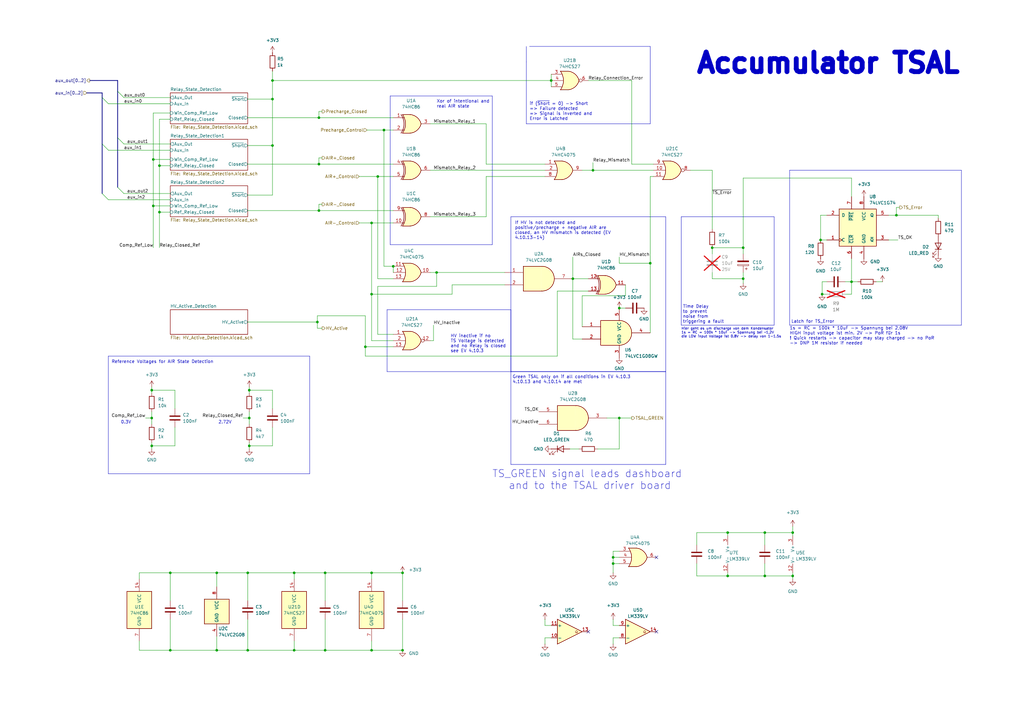
<source format=kicad_sch>
(kicad_sch
	(version 20231120)
	(generator "eeschema")
	(generator_version "8.0")
	(uuid "56b53f94-c2b2-4cdc-9d9a-c8fcb8f8f4f9")
	(paper "A3")
	
	(junction
		(at 133.35 266.7)
		(diameter 0)
		(color 0 0 0 0)
		(uuid "016753e4-f5a3-4a92-a48e-990a3c7e5205")
	)
	(junction
		(at 298.45 218.44)
		(diameter 0)
		(color 0 0 0 0)
		(uuid "0f9b25c7-3d6c-4edb-8757-80ab90c97791")
	)
	(junction
		(at 367.665 88.265)
		(diameter 0)
		(color 0 0 0 0)
		(uuid "12ec0a8a-afb9-4902-9ec6-f0ab4769225e")
	)
	(junction
		(at 179.07 111.76)
		(diameter 0)
		(color 0 0 0 0)
		(uuid "1482c13f-d758-46e4-8c5f-e88bc3debea0")
	)
	(junction
		(at 165.1 266.7)
		(diameter 0)
		(color 0 0 0 0)
		(uuid "17436495-5db8-4083-9152-73ae035af157")
	)
	(junction
		(at 152.4 234.95)
		(diameter 0)
		(color 0 0 0 0)
		(uuid "229588f1-121b-4164-a9e5-a336ea0b4511")
	)
	(junction
		(at 292.1 101.6)
		(diameter 0)
		(color 0 0 0 0)
		(uuid "2311c837-7f5b-49db-bbd7-89abdeadf7b6")
	)
	(junction
		(at 349.25 115.57)
		(diameter 0)
		(color 0 0 0 0)
		(uuid "2501453c-660c-4765-9360-1aa72e4499ed")
	)
	(junction
		(at 325.12 236.22)
		(diameter 0)
		(color 0 0 0 0)
		(uuid "27c31bda-271b-4764-9fe7-1b60c849ed57")
	)
	(junction
		(at 251.46 228.6)
		(diameter 0)
		(color 0 0 0 0)
		(uuid "2dc383a1-e4ba-4a90-a052-c5542e292780")
	)
	(junction
		(at 234.95 114.3)
		(diameter 0)
		(color 0 0 0 0)
		(uuid "2edb2fff-cc8f-46f5-926f-b1da1a2c97f2")
	)
	(junction
		(at 111.76 33.02)
		(diameter 0)
		(color 0 0 0 0)
		(uuid "3190589f-1e4c-424f-8cde-9e511e08dec1")
	)
	(junction
		(at 120.65 266.7)
		(diameter 0)
		(color 0 0 0 0)
		(uuid "32dc757a-f66b-4d23-9925-a95599756dfe")
	)
	(junction
		(at 254 126.365)
		(diameter 0)
		(color 0 0 0 0)
		(uuid "3c74604e-a4b9-490c-bafa-5da5d2ea673b")
	)
	(junction
		(at 133.35 234.95)
		(diameter 0)
		(color 0 0 0 0)
		(uuid "3d9d3749-e503-4bad-8e87-151d29405465")
	)
	(junction
		(at 149.86 142.24)
		(diameter 0)
		(color 0 0 0 0)
		(uuid "3f383413-2f4f-499d-98c0-573afadc9f6a")
	)
	(junction
		(at 313.69 218.44)
		(diameter 0)
		(color 0 0 0 0)
		(uuid "5120818f-0f28-45fc-84b3-5232fbbf5bac")
	)
	(junction
		(at 88.9 234.95)
		(diameter 0)
		(color 0 0 0 0)
		(uuid "5137108e-3189-4145-9afe-e057c7054e79")
	)
	(junction
		(at 101.6 234.95)
		(diameter 0)
		(color 0 0 0 0)
		(uuid "550c0b56-f704-4c8e-a0c8-e8b83795a3bb")
	)
	(junction
		(at 226.06 33.02)
		(diameter 0)
		(color 0 0 0 0)
		(uuid "57bd7227-deff-46bd-8224-c561ebcd8c4d")
	)
	(junction
		(at 152.4 91.44)
		(diameter 0)
		(color 0 0 0 0)
		(uuid "5c00c9a8-ad1e-4e2d-958b-609a17be92a3")
	)
	(junction
		(at 157.48 53.34)
		(diameter 0)
		(color 0 0 0 0)
		(uuid "5c3302a6-1a62-4e91-9d15-d10cc5bc2433")
	)
	(junction
		(at 266.7 107.95)
		(diameter 0)
		(color 0 0 0 0)
		(uuid "5db2e632-1036-44f4-99a8-51230606309e")
	)
	(junction
		(at 152.4 120.65)
		(diameter 0)
		(color 0 0 0 0)
		(uuid "5ea320db-3739-47fa-a3f8-81bd64a1f42b")
	)
	(junction
		(at 62.865 84.455)
		(diameter 0)
		(color 0 0 0 0)
		(uuid "5feb62e7-e0ab-4bf7-949c-9997ac22ac70")
	)
	(junction
		(at 101.6 266.7)
		(diameter 0)
		(color 0 0 0 0)
		(uuid "665c094e-6f4e-47ea-a159-0d547b0b0e56")
	)
	(junction
		(at 254 171.45)
		(diameter 0)
		(color 0 0 0 0)
		(uuid "6804ccc5-cc21-4f04-a939-db8a3b2bacc8")
	)
	(junction
		(at 102.235 182.88)
		(diameter 0)
		(color 0 0 0 0)
		(uuid "69c07ce0-9ca5-48a4-bd30-868d2c1419b2")
	)
	(junction
		(at 62.23 160.02)
		(diameter 0)
		(color 0 0 0 0)
		(uuid "7a662f3f-b1e0-45bb-ad1c-61146583e38c")
	)
	(junction
		(at 62.23 171.45)
		(diameter 0)
		(color 0 0 0 0)
		(uuid "7c947d91-c1c6-475e-b0e6-463da3eca62d")
	)
	(junction
		(at 65.405 67.945)
		(diameter 0)
		(color 0 0 0 0)
		(uuid "9038ca99-902f-4760-9fb5-a4982baa9f4d")
	)
	(junction
		(at 130.81 86.36)
		(diameter 0)
		(color 0 0 0 0)
		(uuid "90b95fd3-dacd-4489-a1fb-1bc1be9feab2")
	)
	(junction
		(at 62.23 182.88)
		(diameter 0)
		(color 0 0 0 0)
		(uuid "932cff63-ad0c-4876-acc9-ebc92036d114")
	)
	(junction
		(at 161.29 109.22)
		(diameter 0)
		(color 0 0 0 0)
		(uuid "957f905c-09b4-48c2-9604-41c01ac70a4e")
	)
	(junction
		(at 62.865 65.405)
		(diameter 0)
		(color 0 0 0 0)
		(uuid "973ab38b-43f6-4e47-84be-90d149f49f60")
	)
	(junction
		(at 304.8 101.6)
		(diameter 0)
		(color 0 0 0 0)
		(uuid "9c8ed50d-06ec-4c97-848f-87a0e2e268a2")
	)
	(junction
		(at 325.12 218.44)
		(diameter 0)
		(color 0 0 0 0)
		(uuid "9cf988b4-78a4-46d9-b5bc-922a192312e5")
	)
	(junction
		(at 69.85 234.95)
		(diameter 0)
		(color 0 0 0 0)
		(uuid "a713a913-aef4-4cf0-bc4e-70f05d15d6d9")
	)
	(junction
		(at 130.81 67.31)
		(diameter 0)
		(color 0 0 0 0)
		(uuid "a7bd627d-4838-4849-b3d2-6f7cd341f6c0")
	)
	(junction
		(at 120.65 234.95)
		(diameter 0)
		(color 0 0 0 0)
		(uuid "aca94a99-10dc-4638-aeee-52dcbab63fbd")
	)
	(junction
		(at 130.175 132.08)
		(diameter 0)
		(color 0 0 0 0)
		(uuid "aeadff23-3a65-4375-bfc7-ec78e98df77f")
	)
	(junction
		(at 152.4 266.7)
		(diameter 0)
		(color 0 0 0 0)
		(uuid "b10c00b2-dd91-4892-8b8b-f492b6e82ea4")
	)
	(junction
		(at 337.185 120.65)
		(diameter 0)
		(color 0 0 0 0)
		(uuid "b26eb8b8-639d-4a57-9883-66f9d4c2a9aa")
	)
	(junction
		(at 102.235 171.45)
		(diameter 0)
		(color 0 0 0 0)
		(uuid "b2bcf3e2-7251-4446-ba48-55b2e6a31c1b")
	)
	(junction
		(at 304.8 114.3)
		(diameter 0)
		(color 0 0 0 0)
		(uuid "bd3deb9c-304d-40ff-8b3a-3644522cd826")
	)
	(junction
		(at 165.1 234.95)
		(diameter 0)
		(color 0 0 0 0)
		(uuid "c0aef889-0e7d-4314-bba4-0daf9f44d7c7")
	)
	(junction
		(at 111.76 59.69)
		(diameter 0)
		(color 0 0 0 0)
		(uuid "c2f12c4b-2ff2-4a93-815f-375a768a09dd")
	)
	(junction
		(at 298.45 236.22)
		(diameter 0)
		(color 0 0 0 0)
		(uuid "c36d374a-0aca-4c82-8378-975b10d5bc1d")
	)
	(junction
		(at 65.405 86.995)
		(diameter 0)
		(color 0 0 0 0)
		(uuid "cddd8b5d-9944-408d-8e15-dbf747a8154d")
	)
	(junction
		(at 88.9 266.7)
		(diameter 0)
		(color 0 0 0 0)
		(uuid "ce4421e8-8b4d-43bf-905b-3e36e1b804a5")
	)
	(junction
		(at 102.235 160.02)
		(diameter 0)
		(color 0 0 0 0)
		(uuid "ce6d76b8-53dc-46ad-9d9d-7bad6595075f")
	)
	(junction
		(at 243.205 69.85)
		(diameter 0)
		(color 0 0 0 0)
		(uuid "d34ebc63-8a82-42c4-9702-3298a1767366")
	)
	(junction
		(at 130.81 48.26)
		(diameter 0)
		(color 0 0 0 0)
		(uuid "d67b1a4e-dab9-4da0-b68a-4eebac61de8a")
	)
	(junction
		(at 251.46 231.14)
		(diameter 0)
		(color 0 0 0 0)
		(uuid "d87e608b-28cb-43b0-ac3f-6d42212b8bdf")
	)
	(junction
		(at 69.85 266.7)
		(diameter 0)
		(color 0 0 0 0)
		(uuid "d9556ec5-6087-4f14-9477-0a392d7b0105")
	)
	(junction
		(at 111.76 40.64)
		(diameter 0)
		(color 0 0 0 0)
		(uuid "e99a67b6-83ae-456e-82ce-a95b28739645")
	)
	(junction
		(at 336.55 98.425)
		(diameter 0)
		(color 0 0 0 0)
		(uuid "ec4f2b0a-30ac-410a-bb88-d4af4989224a")
	)
	(junction
		(at 313.69 236.22)
		(diameter 0)
		(color 0 0 0 0)
		(uuid "edb5b4b5-62cd-46de-a533-3e2ba9ac449c")
	)
	(junction
		(at 154.94 72.39)
		(diameter 0)
		(color 0 0 0 0)
		(uuid "f9169fd1-1b75-44bb-83c7-c47692b34653")
	)
	(no_connect
		(at 269.24 259.08)
		(uuid "073ae031-9c86-48dc-a0b4-38a6c927cfca")
	)
	(no_connect
		(at 241.3 259.08)
		(uuid "c29172a6-b119-4fbc-90bb-2ee9c9a6f7e5")
	)
	(no_connect
		(at 269.24 228.6)
		(uuid "fdfcf353-de8a-4817-85db-76a33da97155")
	)
	(bus_entry
		(at 41.91 40.005)
		(size 2.54 2.54)
		(stroke
			(width 0)
			(type default)
		)
		(uuid "01b28304-c7f3-41b7-a8ff-5b9488537aa0")
	)
	(bus_entry
		(at 48.26 56.515)
		(size 2.54 2.54)
		(stroke
			(width 0)
			(type default)
		)
		(uuid "2294fcff-0c25-4a36-b55d-50e767add09b")
	)
	(bus_entry
		(at 48.26 76.835)
		(size 2.54 2.54)
		(stroke
			(width 0)
			(type default)
		)
		(uuid "821dac2f-d7d5-4f56-a9ab-3369136810c3")
	)
	(bus_entry
		(at 48.26 37.465)
		(size 2.54 2.54)
		(stroke
			(width 0)
			(type default)
		)
		(uuid "9a7e65ef-7987-4e18-b3fc-2a492ee2ed51")
	)
	(bus_entry
		(at 41.91 79.375)
		(size 2.54 2.54)
		(stroke
			(width 0)
			(type default)
		)
		(uuid "d4c7612f-cb36-4883-aa49-9f9d39668565")
	)
	(bus_entry
		(at 41.91 59.055)
		(size 2.54 2.54)
		(stroke
			(width 0)
			(type default)
		)
		(uuid "e7eeb7d6-d621-42e4-a81b-9f2373a2a554")
	)
	(wire
		(pts
			(xy 62.23 182.88) (xy 62.23 184.15)
		)
		(stroke
			(width 0)
			(type default)
		)
		(uuid "01829250-0cc8-4507-9780-020adf567f52")
	)
	(polyline
		(pts
			(xy 323.85 133.35) (xy 394.335 133.35)
		)
		(stroke
			(width 0)
			(type default)
		)
		(uuid "02309faf-4754-4e6f-9879-b5b439d4a1b5")
	)
	(polyline
		(pts
			(xy 273.05 152.4) (xy 209.55 152.4)
		)
		(stroke
			(width 0)
			(type default)
		)
		(uuid "028b0db9-2f8b-4c0c-a50c-7e4a0ec4876d")
	)
	(wire
		(pts
			(xy 62.865 65.405) (xy 69.85 65.405)
		)
		(stroke
			(width 0)
			(type default)
		)
		(uuid "0447470b-0c78-4e20-9b02-48bb10bf3929")
	)
	(wire
		(pts
			(xy 71.755 160.02) (xy 62.23 160.02)
		)
		(stroke
			(width 0)
			(type default)
		)
		(uuid "045ef0de-2954-4637-856a-c8f8d13d1bf6")
	)
	(wire
		(pts
			(xy 368.3 98.425) (xy 364.49 98.425)
		)
		(stroke
			(width 0)
			(type default)
		)
		(uuid "0462cb89-03db-4845-a109-c9a3045d4422")
	)
	(polyline
		(pts
			(xy 215.9 19.05) (xy 215.9 25.4)
		)
		(stroke
			(width 0)
			(type default)
		)
		(uuid "048f4c57-b9db-4ea4-b042-68df573bdcb7")
	)
	(wire
		(pts
			(xy 325.12 218.44) (xy 325.12 219.71)
		)
		(stroke
			(width 0)
			(type default)
		)
		(uuid "06d25899-fa64-41c9-a14b-b2626574189f")
	)
	(wire
		(pts
			(xy 259.08 67.31) (xy 267.97 67.31)
		)
		(stroke
			(width 0)
			(type default)
		)
		(uuid "0707c4a0-a93d-4278-b834-918ed3fdc3fc")
	)
	(wire
		(pts
			(xy 99.695 171.45) (xy 102.235 171.45)
		)
		(stroke
			(width 0)
			(type default)
		)
		(uuid "0707ebe5-38af-451a-be61-1628411b3ddc")
	)
	(wire
		(pts
			(xy 243.205 66.675) (xy 243.205 69.85)
		)
		(stroke
			(width 0)
			(type default)
		)
		(uuid "07631ec7-c1cc-4292-9fe3-07f428f693cb")
	)
	(wire
		(pts
			(xy 65.405 48.895) (xy 65.405 67.945)
		)
		(stroke
			(width 0)
			(type default)
		)
		(uuid "0839adee-5a50-48ed-b050-87a85fa01b27")
	)
	(wire
		(pts
			(xy 199.39 88.9) (xy 199.39 72.39)
		)
		(stroke
			(width 0)
			(type default)
		)
		(uuid "08b00f24-9a8b-44e9-ba17-0e7a04249c4a")
	)
	(wire
		(pts
			(xy 88.9 260.985) (xy 88.9 266.7)
		)
		(stroke
			(width 0)
			(type default)
		)
		(uuid "0a7392cd-3883-4cb9-9320-7f7047d7ea29")
	)
	(wire
		(pts
			(xy 313.69 231.14) (xy 313.69 236.22)
		)
		(stroke
			(width 0)
			(type default)
		)
		(uuid "0c86f5cb-547d-44ad-abd9-339e840d043e")
	)
	(wire
		(pts
			(xy 149.86 146.05) (xy 149.86 142.24)
		)
		(stroke
			(width 0)
			(type default)
		)
		(uuid "0d21270d-3545-4f59-ae60-473747d073a7")
	)
	(wire
		(pts
			(xy 364.49 88.265) (xy 367.665 88.265)
		)
		(stroke
			(width 0)
			(type default)
		)
		(uuid "0da43f48-1541-4c6e-8c11-22e463a4c401")
	)
	(wire
		(pts
			(xy 62.865 46.355) (xy 69.85 46.355)
		)
		(stroke
			(width 0)
			(type default)
		)
		(uuid "0dfc1b12-01f8-4f6d-8eac-8cc7b2e7e176")
	)
	(wire
		(pts
			(xy 88.9 266.7) (xy 101.6 266.7)
		)
		(stroke
			(width 0)
			(type default)
		)
		(uuid "0f2bd2b0-f525-43f5-89fa-1b0bde94503b")
	)
	(polyline
		(pts
			(xy 158.75 152.4) (xy 158.75 127)
		)
		(stroke
			(width 0)
			(type default)
		)
		(uuid "0f618cc1-040a-4a9f-95ac-fbdba9ac49a5")
	)
	(wire
		(pts
			(xy 62.23 158.75) (xy 62.23 160.02)
		)
		(stroke
			(width 0)
			(type default)
		)
		(uuid "0f89ab14-dcff-423b-b06c-d82d82a21222")
	)
	(bus
		(pts
			(xy 41.91 79.375) (xy 41.91 59.055)
		)
		(stroke
			(width 0)
			(type default)
		)
		(uuid "0fc7e1b9-1e38-4ebb-b231-a6488bc9c60d")
	)
	(wire
		(pts
			(xy 120.65 234.95) (xy 120.65 237.49)
		)
		(stroke
			(width 0)
			(type default)
		)
		(uuid "10783f2e-6266-406e-aaec-5888d18605e7")
	)
	(wire
		(pts
			(xy 133.35 234.95) (xy 152.4 234.95)
		)
		(stroke
			(width 0)
			(type default)
		)
		(uuid "13a125f1-9ef0-4b28-8849-49940d42d845")
	)
	(polyline
		(pts
			(xy 209.55 190.5) (xy 209.55 152.4)
		)
		(stroke
			(width 0)
			(type default)
		)
		(uuid "13d5cacc-32a3-43e1-b6f1-dbf4443fca40")
	)
	(wire
		(pts
			(xy 248.92 171.45) (xy 254 171.45)
		)
		(stroke
			(width 0)
			(type default)
		)
		(uuid "16a2d480-0624-4bb3-929b-5f6858133f58")
	)
	(wire
		(pts
			(xy 71.755 167.64) (xy 71.755 160.02)
		)
		(stroke
			(width 0)
			(type default)
		)
		(uuid "187149a3-d9a8-416f-bb50-f2e2a7746de1")
	)
	(wire
		(pts
			(xy 62.865 84.455) (xy 69.85 84.455)
		)
		(stroke
			(width 0)
			(type default)
		)
		(uuid "1888bc63-2bc5-495a-9104-266e94a3f032")
	)
	(bus
		(pts
			(xy 35.56 38.1) (xy 41.91 38.1)
		)
		(stroke
			(width 0)
			(type default)
		)
		(uuid "190e02d8-8602-4c02-a1e9-268dae6ab33d")
	)
	(wire
		(pts
			(xy 346.71 115.57) (xy 349.25 115.57)
		)
		(stroke
			(width 0)
			(type default)
		)
		(uuid "1a552aef-9555-4416-814e-dfb8f269df8a")
	)
	(wire
		(pts
			(xy 254 171.45) (xy 259.08 171.45)
		)
		(stroke
			(width 0)
			(type default)
		)
		(uuid "1b286b98-b501-4ee2-bea2-fee82e1077ea")
	)
	(wire
		(pts
			(xy 111.76 182.88) (xy 102.235 182.88)
		)
		(stroke
			(width 0)
			(type default)
		)
		(uuid "1b47912c-f8f2-4c65-8245-e6816950f05d")
	)
	(wire
		(pts
			(xy 256.54 116.84) (xy 256.54 121.285)
		)
		(stroke
			(width 0)
			(type default)
		)
		(uuid "1bc2bc84-b9a4-41c9-a4ae-2b7dc949f9aa")
	)
	(wire
		(pts
			(xy 337.185 120.65) (xy 339.09 120.65)
		)
		(stroke
			(width 0)
			(type default)
		)
		(uuid "1c466535-a576-4b84-bf71-3a9b1b55d0fb")
	)
	(wire
		(pts
			(xy 179.07 117.475) (xy 154.94 117.475)
		)
		(stroke
			(width 0)
			(type default)
		)
		(uuid "1cc29156-26da-4596-89d6-bfed6cd6a10f")
	)
	(wire
		(pts
			(xy 298.45 234.95) (xy 298.45 236.22)
		)
		(stroke
			(width 0)
			(type default)
		)
		(uuid "201a7b1a-f4f3-40b5-b5f9-5b391fdd9f32")
	)
	(wire
		(pts
			(xy 228.6 119.38) (xy 228.6 146.05)
		)
		(stroke
			(width 0)
			(type default)
		)
		(uuid "204df33e-a715-4d68-b6bb-ac4b84fe9c98")
	)
	(wire
		(pts
			(xy 150.495 53.34) (xy 157.48 53.34)
		)
		(stroke
			(width 0)
			(type default)
		)
		(uuid "207c8451-e7ad-4f3c-8774-ce854de56f90")
	)
	(wire
		(pts
			(xy 101.6 132.08) (xy 130.175 132.08)
		)
		(stroke
			(width 0)
			(type default)
		)
		(uuid "22034c2e-cf63-4df7-9346-a932a44838f0")
	)
	(wire
		(pts
			(xy 176.53 69.85) (xy 223.52 69.85)
		)
		(stroke
			(width 0)
			(type default)
		)
		(uuid "220cc9a0-e9cd-48bb-8f1e-e08e1202ccbb")
	)
	(wire
		(pts
			(xy 50.8 40.005) (xy 69.85 40.005)
		)
		(stroke
			(width 0)
			(type default)
		)
		(uuid "23d3b185-9ccf-4ffe-a866-ed41daf6108b")
	)
	(wire
		(pts
			(xy 101.6 234.95) (xy 120.65 234.95)
		)
		(stroke
			(width 0)
			(type default)
		)
		(uuid "27f53abb-e7b1-46d2-9429-3902b1942a8d")
	)
	(wire
		(pts
			(xy 152.4 120.65) (xy 152.4 139.7)
		)
		(stroke
			(width 0)
			(type default)
		)
		(uuid "28accd0c-569c-4c60-83a0-2560c74f06a0")
	)
	(wire
		(pts
			(xy 133.35 246.38) (xy 133.35 234.95)
		)
		(stroke
			(width 0)
			(type default)
		)
		(uuid "2a6413db-e5f3-4c88-b8a8-667fcd2ac8b8")
	)
	(wire
		(pts
			(xy 65.405 86.995) (xy 69.85 86.995)
		)
		(stroke
			(width 0)
			(type default)
		)
		(uuid "2bc88597-6249-4f6c-a0db-7cece7cd85f3")
	)
	(polyline
		(pts
			(xy 266.7 50.8) (xy 266.7 19.05)
		)
		(stroke
			(width 0)
			(type default)
		)
		(uuid "2caeb558-5872-4bbb-a15a-67594a793932")
	)
	(wire
		(pts
			(xy 152.4 91.44) (xy 161.29 91.44)
		)
		(stroke
			(width 0)
			(type default)
		)
		(uuid "2cb52c6e-efc3-48b6-81b6-37b82bdd03fa")
	)
	(wire
		(pts
			(xy 111.76 33.02) (xy 111.76 40.64)
		)
		(stroke
			(width 0)
			(type default)
		)
		(uuid "2d7096d6-e098-4eac-8c49-d88f0b112be1")
	)
	(wire
		(pts
			(xy 130.175 129.54) (xy 130.175 132.08)
		)
		(stroke
			(width 0)
			(type default)
		)
		(uuid "2fb3dab6-18f9-4c78-8305-9ad58ecbf2b3")
	)
	(wire
		(pts
			(xy 251.46 226.06) (xy 254 226.06)
		)
		(stroke
			(width 0)
			(type default)
		)
		(uuid "3086c14b-5ea0-4167-9b52-28f71ec83087")
	)
	(bus
		(pts
			(xy 48.26 33.02) (xy 48.26 37.465)
		)
		(stroke
			(width 0)
			(type default)
		)
		(uuid "318521ef-065f-42ea-a106-3ab4e35e508f")
	)
	(wire
		(pts
			(xy 152.4 234.95) (xy 152.4 237.49)
		)
		(stroke
			(width 0)
			(type default)
		)
		(uuid "334cc96c-b355-473b-88a8-ee7d07efc14e")
	)
	(polyline
		(pts
			(xy 201.93 100.33) (xy 201.93 39.37)
		)
		(stroke
			(width 0)
			(type default)
		)
		(uuid "33edc177-0044-4c6e-b7b4-0daeed8f1965")
	)
	(wire
		(pts
			(xy 62.23 181.61) (xy 62.23 182.88)
		)
		(stroke
			(width 0)
			(type default)
		)
		(uuid "35d680fc-1af1-44fe-8149-41d91b05d016")
	)
	(bus
		(pts
			(xy 48.26 56.515) (xy 48.26 37.465)
		)
		(stroke
			(width 0)
			(type default)
		)
		(uuid "366d1937-b0d3-4bad-8eb1-c8cc42458e85")
	)
	(wire
		(pts
			(xy 251.46 226.06) (xy 251.46 228.6)
		)
		(stroke
			(width 0)
			(type default)
		)
		(uuid "36cf5c52-398b-471c-abc0-9d14b08482c9")
	)
	(wire
		(pts
			(xy 256.54 121.285) (xy 238.76 121.285)
		)
		(stroke
			(width 0)
			(type default)
		)
		(uuid "38988be3-5f3e-4cb8-88ed-c9db338989b9")
	)
	(polyline
		(pts
			(xy 279.4 88.9) (xy 317.5 88.9)
		)
		(stroke
			(width 0)
			(type default)
		)
		(uuid "38c3588e-3caf-4301-adf8-9e70779e775b")
	)
	(wire
		(pts
			(xy 152.4 139.7) (xy 161.29 139.7)
		)
		(stroke
			(width 0)
			(type default)
		)
		(uuid "39bee2ec-ad62-4e77-96eb-7ff3249fb667")
	)
	(wire
		(pts
			(xy 384.81 88.265) (xy 384.81 89.535)
		)
		(stroke
			(width 0)
			(type default)
		)
		(uuid "39d4c016-4228-4dc9-8209-e1c15fe029bd")
	)
	(wire
		(pts
			(xy 176.53 111.76) (xy 179.07 111.76)
		)
		(stroke
			(width 0)
			(type default)
		)
		(uuid "3a4c17fd-8b72-49ce-bbc0-4f333386f85f")
	)
	(wire
		(pts
			(xy 367.665 85.09) (xy 367.665 88.265)
		)
		(stroke
			(width 0)
			(type default)
		)
		(uuid "3b43a561-e563-4085-aad6-c987f3f6e2a9")
	)
	(wire
		(pts
			(xy 130.175 129.54) (xy 149.86 129.54)
		)
		(stroke
			(width 0)
			(type default)
		)
		(uuid "3e819801-ae91-4bc3-b12e-5c5afc2c4770")
	)
	(wire
		(pts
			(xy 57.15 262.89) (xy 57.15 266.7)
		)
		(stroke
			(width 0)
			(type default)
		)
		(uuid "3fff2e78-4723-40d5-b3ed-e9be97f47b09")
	)
	(wire
		(pts
			(xy 298.45 218.44) (xy 298.45 219.71)
		)
		(stroke
			(width 0)
			(type default)
		)
		(uuid "416fd87d-a473-45e9-acb2-813da2e1e8bd")
	)
	(wire
		(pts
			(xy 133.35 266.7) (xy 152.4 266.7)
		)
		(stroke
			(width 0)
			(type default)
		)
		(uuid "41727d8c-956c-4360-bd0b-975b1f740217")
	)
	(wire
		(pts
			(xy 351.79 115.57) (xy 349.25 115.57)
		)
		(stroke
			(width 0)
			(type default)
		)
		(uuid "41cdd068-91c2-488e-8e81-eaafe250014f")
	)
	(wire
		(pts
			(xy 251.46 256.54) (xy 254 256.54)
		)
		(stroke
			(width 0)
			(type default)
		)
		(uuid "4310d90d-e417-406b-bdbe-c0f51e4afcf6")
	)
	(wire
		(pts
			(xy 102.235 158.75) (xy 102.235 160.02)
		)
		(stroke
			(width 0)
			(type default)
		)
		(uuid "439e8b51-5643-41a3-9cfc-5de1e65c40cd")
	)
	(wire
		(pts
			(xy 152.4 234.95) (xy 165.1 234.95)
		)
		(stroke
			(width 0)
			(type default)
		)
		(uuid "469ed624-7078-4762-bd44-a4a5e21a01fb")
	)
	(wire
		(pts
			(xy 304.8 111.76) (xy 304.8 114.3)
		)
		(stroke
			(width 0)
			(type default)
		)
		(uuid "4a8624b6-c1dc-4f2a-9d1c-b9c0d0493a81")
	)
	(polyline
		(pts
			(xy 160.02 39.37) (xy 160.02 100.33)
		)
		(stroke
			(width 0)
			(type default)
		)
		(uuid "4adf0757-2097-4119-884e-3617be6d8222")
	)
	(wire
		(pts
			(xy 152.4 266.7) (xy 165.1 266.7)
		)
		(stroke
			(width 0)
			(type default)
		)
		(uuid "4bb7a65b-fae1-4334-be31-52ecedfc81af")
	)
	(wire
		(pts
			(xy 59.69 171.45) (xy 62.23 171.45)
		)
		(stroke
			(width 0)
			(type default)
		)
		(uuid "4d94a644-28b8-4ca6-88f8-3c41a3e7ccd8")
	)
	(wire
		(pts
			(xy 101.6 67.31) (xy 130.81 67.31)
		)
		(stroke
			(width 0)
			(type default)
		)
		(uuid "4e650a8e-e963-40cd-ac35-dab01864e9ab")
	)
	(wire
		(pts
			(xy 223.52 256.54) (xy 226.06 256.54)
		)
		(stroke
			(width 0)
			(type default)
		)
		(uuid "4ecf0f39-0bac-4d85-883c-70f9b590fa13")
	)
	(wire
		(pts
			(xy 223.52 254) (xy 223.52 256.54)
		)
		(stroke
			(width 0)
			(type default)
		)
		(uuid "4f84c267-c2a0-47c8-88b1-fdcc703a9d74")
	)
	(wire
		(pts
			(xy 256.54 126.365) (xy 254 126.365)
		)
		(stroke
			(width 0)
			(type default)
		)
		(uuid "50339f86-a75c-4020-b551-1a998157d013")
	)
	(wire
		(pts
			(xy 243.205 69.85) (xy 267.97 69.85)
		)
		(stroke
			(width 0)
			(type default)
		)
		(uuid "5071c25e-fab1-4e1c-a824-73eb99a1f452")
	)
	(wire
		(pts
			(xy 349.25 120.65) (xy 346.71 120.65)
		)
		(stroke
			(width 0)
			(type default)
		)
		(uuid "52121f38-eda4-4879-9a58-e32afba2814a")
	)
	(wire
		(pts
			(xy 337.185 115.57) (xy 339.09 115.57)
		)
		(stroke
			(width 0)
			(type default)
		)
		(uuid "526835e4-67ff-4974-ab09-6d28331488c3")
	)
	(wire
		(pts
			(xy 285.75 236.22) (xy 285.75 231.14)
		)
		(stroke
			(width 0)
			(type default)
		)
		(uuid "52dd7cc9-ab39-4a8d-9304-ea2c77202bb8")
	)
	(wire
		(pts
			(xy 336.55 98.425) (xy 339.09 98.425)
		)
		(stroke
			(width 0)
			(type default)
		)
		(uuid "55293d6b-08ae-415f-9dc5-edfaa2533ec9")
	)
	(wire
		(pts
			(xy 254 105.41) (xy 254 107.95)
		)
		(stroke
			(width 0)
			(type default)
		)
		(uuid "5538ea62-3042-4260-8793-498405e99a39")
	)
	(wire
		(pts
			(xy 304.8 116.205) (xy 304.8 114.3)
		)
		(stroke
			(width 0)
			(type default)
		)
		(uuid "5a30a355-2c90-43b5-8066-5bf4175f7747")
	)
	(wire
		(pts
			(xy 154.94 137.16) (xy 161.29 137.16)
		)
		(stroke
			(width 0)
			(type default)
		)
		(uuid "5b43e2e4-d1c6-470e-853b-640b88a91711")
	)
	(wire
		(pts
			(xy 101.6 86.36) (xy 130.81 86.36)
		)
		(stroke
			(width 0)
			(type default)
		)
		(uuid "5d47b7b5-a067-4ec9-96ba-d82680ce5f36")
	)
	(wire
		(pts
			(xy 120.65 266.7) (xy 133.35 266.7)
		)
		(stroke
			(width 0)
			(type default)
		)
		(uuid "5e8f9034-6d07-40a9-9264-2b55dfc248cd")
	)
	(wire
		(pts
			(xy 176.53 88.9) (xy 199.39 88.9)
		)
		(stroke
			(width 0)
			(type default)
		)
		(uuid "641903b9-a977-4585-acd6-75728fdc7606")
	)
	(wire
		(pts
			(xy 176.53 50.8) (xy 199.39 50.8)
		)
		(stroke
			(width 0)
			(type default)
		)
		(uuid "66cbb095-60b6-4230-a7b4-0259ec912d49")
	)
	(wire
		(pts
			(xy 157.48 53.34) (xy 157.48 109.22)
		)
		(stroke
			(width 0)
			(type default)
		)
		(uuid "67122673-fcaf-4762-a5ed-1896ce0bf0d4")
	)
	(wire
		(pts
			(xy 259.08 33.02) (xy 259.08 67.31)
		)
		(stroke
			(width 0)
			(type default)
		)
		(uuid "676bba8e-8aec-46e1-8c76-1cbb17b24bb8")
	)
	(wire
		(pts
			(xy 102.235 160.02) (xy 111.76 160.02)
		)
		(stroke
			(width 0)
			(type default)
		)
		(uuid "682236fb-085a-454e-80fa-a1e0cae3b8a7")
	)
	(wire
		(pts
			(xy 154.94 72.39) (xy 161.29 72.39)
		)
		(stroke
			(width 0)
			(type default)
		)
		(uuid "69137ffc-48d2-4468-8458-7fa789358983")
	)
	(wire
		(pts
			(xy 234.95 105.41) (xy 234.95 114.3)
		)
		(stroke
			(width 0)
			(type default)
		)
		(uuid "6957a7d2-cab7-4101-9474-a3d0c7f49daa")
	)
	(wire
		(pts
			(xy 367.665 88.265) (xy 384.81 88.265)
		)
		(stroke
			(width 0)
			(type default)
		)
		(uuid "69aea1c3-9c4e-44a6-b007-a6519e9b8a5b")
	)
	(wire
		(pts
			(xy 111.76 175.26) (xy 111.76 182.88)
		)
		(stroke
			(width 0)
			(type default)
		)
		(uuid "6af9b0c9-53bf-4531-ac9e-726ad960ceae")
	)
	(wire
		(pts
			(xy 102.235 160.02) (xy 102.235 161.29)
		)
		(stroke
			(width 0)
			(type default)
		)
		(uuid "6bc34aac-a94a-44e6-90cb-ca9581c5973a")
	)
	(wire
		(pts
			(xy 161.29 109.22) (xy 161.29 111.76)
		)
		(stroke
			(width 0)
			(type default)
		)
		(uuid "6bc868e9-966b-40da-8d53-9d32142ff80f")
	)
	(wire
		(pts
			(xy 57.15 266.7) (xy 69.85 266.7)
		)
		(stroke
			(width 0)
			(type default)
		)
		(uuid "6bf1dfd2-36b0-4be3-831a-573669b46603")
	)
	(wire
		(pts
			(xy 292.1 114.3) (xy 304.8 114.3)
		)
		(stroke
			(width 0)
			(type default)
		)
		(uuid "6d6ac19c-2f8f-4c0b-9ec9-9175e48c3da7")
	)
	(wire
		(pts
			(xy 152.4 262.89) (xy 152.4 266.7)
		)
		(stroke
			(width 0)
			(type default)
		)
		(uuid "6ef2a01e-c44f-4c19-b16d-69aea743ade2")
	)
	(wire
		(pts
			(xy 223.52 261.62) (xy 223.52 264.16)
		)
		(stroke
			(width 0)
			(type default)
		)
		(uuid "6f96ad65-9149-4f57-a89d-374c5753899c")
	)
	(wire
		(pts
			(xy 132.08 64.77) (xy 130.81 64.77)
		)
		(stroke
			(width 0)
			(type default)
		)
		(uuid "70d3e470-fc6f-4bfa-9703-c48e0c2348f7")
	)
	(polyline
		(pts
			(xy 394.335 69.85) (xy 323.85 69.85)
		)
		(stroke
			(width 0)
			(type default)
		)
		(uuid "71312140-6244-4d67-9fbf-4429beab039f")
	)
	(wire
		(pts
			(xy 179.07 111.76) (xy 207.01 111.76)
		)
		(stroke
			(width 0)
			(type default)
		)
		(uuid "7180dcc8-ea93-461e-a7ac-d9d24d1887a4")
	)
	(wire
		(pts
			(xy 254 171.45) (xy 254 184.15)
		)
		(stroke
			(width 0)
			(type default)
		)
		(uuid "71ef47f6-dbde-4679-8a1d-c26b398ed950")
	)
	(wire
		(pts
			(xy 336.55 98.425) (xy 336.55 88.265)
		)
		(stroke
			(width 0)
			(type default)
		)
		(uuid "73c7c66a-30d4-4585-80fd-1d932adbb715")
	)
	(wire
		(pts
			(xy 177.8 133.35) (xy 177.8 139.7)
		)
		(stroke
			(width 0)
			(type default)
		)
		(uuid "7481be38-1b1f-4761-b4a5-79de7c6f809e")
	)
	(bus
		(pts
			(xy 41.91 59.055) (xy 41.91 40.005)
		)
		(stroke
			(width 0)
			(type default)
		)
		(uuid "74efacea-21e2-4956-9d23-3046da8906bc")
	)
	(wire
		(pts
			(xy 65.405 86.995) (xy 65.405 101.6)
		)
		(stroke
			(width 0)
			(type default)
		)
		(uuid "75d0c726-2759-4fa2-9790-7c5a5e8731cc")
	)
	(polyline
		(pts
			(xy 209.55 152.4) (xy 273.05 152.4)
		)
		(stroke
			(width 0)
			(type default)
		)
		(uuid "75f1920c-ff91-4fb8-b394-ea912c94ca33")
	)
	(wire
		(pts
			(xy 101.6 266.7) (xy 120.65 266.7)
		)
		(stroke
			(width 0)
			(type default)
		)
		(uuid "75f3c061-a007-4b86-b604-fe60490d8f6f")
	)
	(wire
		(pts
			(xy 325.12 215.9) (xy 325.12 218.44)
		)
		(stroke
			(width 0)
			(type default)
		)
		(uuid "78303151-990d-4bbf-90ce-1208ec59782b")
	)
	(wire
		(pts
			(xy 62.23 168.91) (xy 62.23 171.45)
		)
		(stroke
			(width 0)
			(type default)
		)
		(uuid "78c2c3a5-6c4e-4eee-bbca-e0e548321caf")
	)
	(wire
		(pts
			(xy 149.86 142.24) (xy 161.29 142.24)
		)
		(stroke
			(width 0)
			(type default)
		)
		(uuid "7981484b-4089-4b6d-a8a5-610cffd43ddc")
	)
	(wire
		(pts
			(xy 199.39 67.31) (xy 223.52 67.31)
		)
		(stroke
			(width 0)
			(type default)
		)
		(uuid "7a4b2b20-7cbb-485e-ac6a-dfe1fa465a8b")
	)
	(wire
		(pts
			(xy 298.45 236.22) (xy 285.75 236.22)
		)
		(stroke
			(width 0)
			(type default)
		)
		(uuid "7aa47a97-d2c0-4137-891e-c290a926ae55")
	)
	(polyline
		(pts
			(xy 317.5 88.9) (xy 317.5 133.35)
		)
		(stroke
			(width 0)
			(type default)
		)
		(uuid "7af2d359-206d-4f81-98cf-5d8e23b4593b")
	)
	(wire
		(pts
			(xy 130.81 48.26) (xy 161.29 48.26)
		)
		(stroke
			(width 0)
			(type default)
		)
		(uuid "7b942dcd-c0cd-4a5f-8ed0-30a65d63f5b9")
	)
	(wire
		(pts
			(xy 101.6 40.64) (xy 111.76 40.64)
		)
		(stroke
			(width 0)
			(type default)
		)
		(uuid "7cf3a750-61ed-4bb4-990d-f4293ad2a08c")
	)
	(wire
		(pts
			(xy 336.55 88.265) (xy 339.09 88.265)
		)
		(stroke
			(width 0)
			(type default)
		)
		(uuid "7d88834f-7f64-4c0c-a6a8-d36186b5e213")
	)
	(wire
		(pts
			(xy 226.06 30.48) (xy 226.06 33.02)
		)
		(stroke
			(width 0)
			(type default)
		)
		(uuid "7eb17739-17e1-4347-8600-da4c99d5e647")
	)
	(wire
		(pts
			(xy 266.7 72.39) (xy 266.7 107.95)
		)
		(stroke
			(width 0)
			(type default)
		)
		(uuid "7f637bc8-b969-4555-ac67-adf5bb2f2eb4")
	)
	(wire
		(pts
			(xy 285.75 218.44) (xy 298.45 218.44)
		)
		(stroke
			(width 0)
			(type default)
		)
		(uuid "7fa66d13-fee0-4dbf-a82a-c1d0974b05d8")
	)
	(wire
		(pts
			(xy 238.76 121.285) (xy 238.76 133.985)
		)
		(stroke
			(width 0)
			(type default)
		)
		(uuid "8084378a-b865-431f-8113-9be08ed88453")
	)
	(wire
		(pts
			(xy 149.86 129.54) (xy 149.86 142.24)
		)
		(stroke
			(width 0)
			(type default)
		)
		(uuid "81febf04-5d07-4924-94fd-f08c83ab1976")
	)
	(wire
		(pts
			(xy 102.235 181.61) (xy 102.235 182.88)
		)
		(stroke
			(width 0)
			(type default)
		)
		(uuid "82baedab-5f64-4ba6-81cc-2aa1a5b5944f")
	)
	(wire
		(pts
			(xy 157.48 53.34) (xy 161.29 53.34)
		)
		(stroke
			(width 0)
			(type default)
		)
		(uuid "851c8bbc-fac1-4326-a2c0-fea484e51dbf")
	)
	(wire
		(pts
			(xy 130.81 45.72) (xy 130.81 48.26)
		)
		(stroke
			(width 0)
			(type default)
		)
		(uuid "8551e1bd-0228-4f13-b19d-2380e769b4db")
	)
	(bus
		(pts
			(xy 48.26 76.835) (xy 48.26 56.515)
		)
		(stroke
			(width 0)
			(type default)
		)
		(uuid "858dc28c-94f9-46fa-b2d4-ec14fc2ccc96")
	)
	(wire
		(pts
			(xy 185.42 116.84) (xy 185.42 120.65)
		)
		(stroke
			(width 0)
			(type default)
		)
		(uuid "87230b9d-a744-4e6b-8415-2f22e514ba6f")
	)
	(wire
		(pts
			(xy 62.865 46.355) (xy 62.865 65.405)
		)
		(stroke
			(width 0)
			(type default)
		)
		(uuid "87e1b7d2-e9b5-4946-a67d-e8e4f610ac8d")
	)
	(wire
		(pts
			(xy 101.6 48.26) (xy 130.81 48.26)
		)
		(stroke
			(width 0)
			(type default)
		)
		(uuid "88392cd1-95d7-443f-9c34-78a3ddb658b3")
	)
	(wire
		(pts
			(xy 130.175 134.62) (xy 130.175 132.08)
		)
		(stroke
			(width 0)
			(type default)
		)
		(uuid "894a1a9f-e19f-40a0-a272-11d302cab8ee")
	)
	(wire
		(pts
			(xy 234.95 114.3) (xy 241.3 114.3)
		)
		(stroke
			(width 0)
			(type default)
		)
		(uuid "8981bbb7-53ff-460e-941a-112b03724bd1")
	)
	(bus
		(pts
			(xy 48.26 33.02) (xy 36.83 33.02)
		)
		(stroke
			(width 0)
			(type default)
		)
		(uuid "89ae0e7c-5cc9-45b0-9dc6-0c9ca6ff4de5")
	)
	(wire
		(pts
			(xy 238.76 69.85) (xy 243.205 69.85)
		)
		(stroke
			(width 0)
			(type default)
		)
		(uuid "8b868176-e11f-435d-b497-a0cf73da7a8b")
	)
	(wire
		(pts
			(xy 349.25 73.025) (xy 349.25 80.645)
		)
		(stroke
			(width 0)
			(type default)
		)
		(uuid "8bef4d72-5225-4c81-864a-e88f57ca2f6d")
	)
	(polyline
		(pts
			(xy 266.7 19.05) (xy 217.17 19.05)
		)
		(stroke
			(width 0)
			(type default)
		)
		(uuid "8cdfd254-dbdb-479a-93ab-0fd905c409c9")
	)
	(polyline
		(pts
			(xy 209.55 152.4) (xy 209.55 88.9)
		)
		(stroke
			(width 0)
			(type default)
		)
		(uuid "8e51e1d1-2f3c-479d-b011-52575d9a146e")
	)
	(wire
		(pts
			(xy 69.85 234.95) (xy 88.9 234.95)
		)
		(stroke
			(width 0)
			(type default)
		)
		(uuid "8ec74f18-b5d7-4552-9402-473edc939533")
	)
	(wire
		(pts
			(xy 154.94 114.3) (xy 161.29 114.3)
		)
		(stroke
			(width 0)
			(type default)
		)
		(uuid "8fda6cb4-33a6-424a-885d-e81b255d4610")
	)
	(wire
		(pts
			(xy 234.95 139.065) (xy 234.95 114.3)
		)
		(stroke
			(width 0)
			(type default)
		)
		(uuid "907ccbd2-a5d4-43dd-8d2f-0cbca604ff17")
	)
	(polyline
		(pts
			(xy 394.335 133.35) (xy 394.335 69.85)
		)
		(stroke
			(width 0)
			(type default)
		)
		(uuid "93ad1fed-2f06-4572-ba92-36770114c88d")
	)
	(wire
		(pts
			(xy 254 261.62) (xy 251.46 261.62)
		)
		(stroke
			(width 0)
			(type default)
		)
		(uuid "94819767-f024-4e27-8ae3-42dc6dab76fd")
	)
	(wire
		(pts
			(xy 88.9 234.95) (xy 101.6 234.95)
		)
		(stroke
			(width 0)
			(type default)
		)
		(uuid "957f6fe7-67ae-4e0d-b4c8-c995d1c20ce8")
	)
	(wire
		(pts
			(xy 130.81 64.77) (xy 130.81 67.31)
		)
		(stroke
			(width 0)
			(type default)
		)
		(uuid "972e9ded-2366-4171-9a6e-d732054aaeed")
	)
	(polyline
		(pts
			(xy 201.93 39.37) (xy 160.02 39.37)
		)
		(stroke
			(width 0)
			(type default)
		)
		(uuid "978ab756-d7b9-45c8-a677-9e1c0efa32b3")
	)
	(wire
		(pts
			(xy 111.76 33.02) (xy 226.06 33.02)
		)
		(stroke
			(width 0)
			(type default)
		)
		(uuid "986d1c69-8607-4059-8798-3940d306c706")
	)
	(wire
		(pts
			(xy 298.45 218.44) (xy 313.69 218.44)
		)
		(stroke
			(width 0)
			(type default)
		)
		(uuid "987d1f06-a1dc-4770-a399-65d9638014e0")
	)
	(wire
		(pts
			(xy 88.9 234.95) (xy 88.9 240.665)
		)
		(stroke
			(width 0)
			(type default)
		)
		(uuid "9958c36f-c2c9-4e11-9918-8bd8181c6ccd")
	)
	(wire
		(pts
			(xy 199.39 72.39) (xy 223.52 72.39)
		)
		(stroke
			(width 0)
			(type default)
		)
		(uuid "9b0b1563-7f06-4ba0-abe4-2bb45769d0ae")
	)
	(wire
		(pts
			(xy 130.175 134.62) (xy 132.08 134.62)
		)
		(stroke
			(width 0)
			(type default)
		)
		(uuid "9bdaa573-3443-4d0b-b8a5-aecac8035bd6")
	)
	(wire
		(pts
			(xy 132.08 45.72) (xy 130.81 45.72)
		)
		(stroke
			(width 0)
			(type default)
		)
		(uuid "9cb5ecc7-f733-4715-80be-b3071567d891")
	)
	(wire
		(pts
			(xy 285.75 223.52) (xy 285.75 218.44)
		)
		(stroke
			(width 0)
			(type default)
		)
		(uuid "9d61aadf-5f71-45d5-b211-e3f2ac882446")
	)
	(wire
		(pts
			(xy 337.185 120.65) (xy 337.185 115.57)
		)
		(stroke
			(width 0)
			(type default)
		)
		(uuid "9d8d54c1-f289-4230-8acb-daa1108a415a")
	)
	(wire
		(pts
			(xy 101.6 254) (xy 101.6 266.7)
		)
		(stroke
			(width 0)
			(type default)
		)
		(uuid "9e4f722d-7c98-4bfa-8ca2-ceaa423b58ff")
	)
	(wire
		(pts
			(xy 304.8 101.6) (xy 304.8 73.025)
		)
		(stroke
			(width 0)
			(type default)
		)
		(uuid "a1b1dfd9-4f20-4491-a989-4b926d1fa9ba")
	)
	(wire
		(pts
			(xy 266.7 107.95) (xy 266.7 136.525)
		)
		(stroke
			(width 0)
			(type default)
		)
		(uuid "a22ad5ca-89b7-4ed2-9b45-b510387d0fe2")
	)
	(wire
		(pts
			(xy 111.76 59.69) (xy 111.76 80.01)
		)
		(stroke
			(width 0)
			(type default)
		)
		(uuid "a416e831-d8d9-4b73-a593-7e025ded6e31")
	)
	(wire
		(pts
			(xy 313.69 223.52) (xy 313.69 218.44)
		)
		(stroke
			(width 0)
			(type default)
		)
		(uuid "a4280424-aa9d-4ae2-a9d2-4e34bf11a1e8")
	)
	(wire
		(pts
			(xy 62.865 84.455) (xy 62.865 101.6)
		)
		(stroke
			(width 0)
			(type default)
		)
		(uuid "a5d4122f-d18b-4856-b359-0e0848c87acb")
	)
	(wire
		(pts
			(xy 57.15 234.95) (xy 69.85 234.95)
		)
		(stroke
			(width 0)
			(type default)
		)
		(uuid "a5e36647-120f-4236-b93b-39e07402fb81")
	)
	(wire
		(pts
			(xy 283.21 69.85) (xy 292.1 69.85)
		)
		(stroke
			(width 0)
			(type default)
		)
		(uuid "a5fc1af0-b0a9-4eee-bfb1-cf7c0432111b")
	)
	(wire
		(pts
			(xy 152.4 91.44) (xy 152.4 120.65)
		)
		(stroke
			(width 0)
			(type default)
		)
		(uuid "a69c61df-f7a8-4b1b-8919-5acc2389c3e6")
	)
	(wire
		(pts
			(xy 251.46 231.14) (xy 251.46 234.95)
		)
		(stroke
			(width 0)
			(type default)
		)
		(uuid "a6c291e0-4c6c-4f15-b82e-1fd4741f0a26")
	)
	(wire
		(pts
			(xy 241.3 33.02) (xy 259.08 33.02)
		)
		(stroke
			(width 0)
			(type default)
		)
		(uuid "a6d6c0cc-92fa-4c62-b0e4-46bb7bf1ae29")
	)
	(wire
		(pts
			(xy 50.8 59.055) (xy 69.85 59.055)
		)
		(stroke
			(width 0)
			(type default)
		)
		(uuid "a7915b4d-ba91-4bb5-9cd8-92293af3cc4b")
	)
	(wire
		(pts
			(xy 254 184.15) (xy 245.11 184.15)
		)
		(stroke
			(width 0)
			(type default)
		)
		(uuid "a8da66ca-c864-400e-85ec-26662e506738")
	)
	(wire
		(pts
			(xy 251.46 228.6) (xy 251.46 231.14)
		)
		(stroke
			(width 0)
			(type default)
		)
		(uuid "aa2a4451-6104-43ae-94d8-a9ae62a17c5e")
	)
	(polyline
		(pts
			(xy 44.45 194.31) (xy 44.45 146.05)
		)
		(stroke
			(width 0)
			(type default)
		)
		(uuid "aa9148e5-8b84-4cc7-8abc-f14ae5192a1e")
	)
	(wire
		(pts
			(xy 101.6 80.01) (xy 111.76 80.01)
		)
		(stroke
			(width 0)
			(type default)
		)
		(uuid "aaf0f1fd-a69a-4da5-a8fe-337e2ba08dc7")
	)
	(polyline
		(pts
			(xy 127 146.05) (xy 127 194.31)
		)
		(stroke
			(width 0)
			(type default)
		)
		(uuid "ab4922db-22d2-4045-b0ec-e1b54f5d6758")
	)
	(wire
		(pts
			(xy 157.48 109.22) (xy 161.29 109.22)
		)
		(stroke
			(width 0)
			(type default)
		)
		(uuid "ac6baf36-4363-4301-8b46-b31975f543f6")
	)
	(wire
		(pts
			(xy 130.81 67.31) (xy 161.29 67.31)
		)
		(stroke
			(width 0)
			(type default)
		)
		(uuid "ac855f7c-7940-4bc3-b132-a0d16016311e")
	)
	(wire
		(pts
			(xy 313.69 236.22) (xy 325.12 236.22)
		)
		(stroke
			(width 0)
			(type default)
		)
		(uuid "ad7bb89a-1a99-4843-b843-32615bb945e2")
	)
	(wire
		(pts
			(xy 292.1 101.6) (xy 304.8 101.6)
		)
		(stroke
			(width 0)
			(type default)
		)
		(uuid "add0cd24-3a76-4b41-9e46-c452d5b62e1b")
	)
	(polyline
		(pts
			(xy 160.02 100.33) (xy 201.93 100.33)
		)
		(stroke
			(width 0)
			(type default)
		)
		(uuid "b06e3d6b-de58-494e-aa3f-c0277fa0a1cf")
	)
	(wire
		(pts
			(xy 228.6 119.38) (xy 241.3 119.38)
		)
		(stroke
			(width 0)
			(type default)
		)
		(uuid "b223c08d-0c9b-4de6-ae30-d489f594b76c")
	)
	(wire
		(pts
			(xy 147.32 91.44) (xy 152.4 91.44)
		)
		(stroke
			(width 0)
			(type default)
		)
		(uuid "b2ed4502-24da-4fc6-918f-16f8ef06970a")
	)
	(polyline
		(pts
			(xy 158.75 127) (xy 209.55 127)
		)
		(stroke
			(width 0)
			(type default)
		)
		(uuid "b567d66a-c29e-4131-94bb-e88cc3cb8b9e")
	)
	(wire
		(pts
			(xy 111.76 40.64) (xy 111.76 59.69)
		)
		(stroke
			(width 0)
			(type default)
		)
		(uuid "b62e716a-c585-4e91-9d4f-af5d4f8fe298")
	)
	(wire
		(pts
			(xy 130.81 83.82) (xy 130.81 86.36)
		)
		(stroke
			(width 0)
			(type default)
		)
		(uuid "b638e706-54bf-4cef-ba23-7f848d9c280d")
	)
	(wire
		(pts
			(xy 234.95 139.065) (xy 238.76 139.065)
		)
		(stroke
			(width 0)
			(type default)
		)
		(uuid "b6fc3026-5a75-4eed-933d-ad14b1f80cde")
	)
	(wire
		(pts
			(xy 179.07 111.76) (xy 179.07 117.475)
		)
		(stroke
			(width 0)
			(type default)
		)
		(uuid "b7331cb3-dbc3-46a5-9d4d-6edc1752cf70")
	)
	(wire
		(pts
			(xy 62.865 65.405) (xy 62.865 84.455)
		)
		(stroke
			(width 0)
			(type default)
		)
		(uuid "b8a513a8-9cba-4a3e-85ef-16483757442e")
	)
	(wire
		(pts
			(xy 154.94 117.475) (xy 154.94 137.16)
		)
		(stroke
			(width 0)
			(type default)
		)
		(uuid "b8b1e63e-5456-4478-9723-044996197609")
	)
	(wire
		(pts
			(xy 71.755 182.88) (xy 62.23 182.88)
		)
		(stroke
			(width 0)
			(type default)
		)
		(uuid "b9138997-036b-41f2-a3b5-aba07550302e")
	)
	(polyline
		(pts
			(xy 215.9 25.4) (xy 215.9 50.8)
		)
		(stroke
			(width 0)
			(type default)
		)
		(uuid "ba142f0d-261c-4718-bfc6-83359f7705cf")
	)
	(polyline
		(pts
			(xy 215.9 50.8) (xy 266.7 50.8)
		)
		(stroke
			(width 0)
			(type default)
		)
		(uuid "bb5c1d5e-0e09-4ac0-a4d7-6e9feb8cfd85")
	)
	(wire
		(pts
			(xy 111.76 29.21) (xy 111.76 33.02)
		)
		(stroke
			(width 0)
			(type default)
		)
		(uuid "bbfba2fd-cb66-4167-9812-01819bdefb1a")
	)
	(wire
		(pts
			(xy 226.06 33.02) (xy 226.06 35.56)
		)
		(stroke
			(width 0)
			(type default)
		)
		(uuid "bc079dd6-5a3a-4f65-a6b9-7077238c54b1")
	)
	(wire
		(pts
			(xy 254 231.14) (xy 251.46 231.14)
		)
		(stroke
			(width 0)
			(type default)
		)
		(uuid "bca81c03-b28e-4534-861c-31ecaa210739")
	)
	(wire
		(pts
			(xy 254 228.6) (xy 251.46 228.6)
		)
		(stroke
			(width 0)
			(type default)
		)
		(uuid "bd1f7068-dba7-4eb8-873b-764bb4b7802d")
	)
	(wire
		(pts
			(xy 325.12 234.95) (xy 325.12 236.22)
		)
		(stroke
			(width 0)
			(type default)
		)
		(uuid "bfac9849-faff-4b7a-ae16-050683a0ab9d")
	)
	(wire
		(pts
			(xy 120.65 234.95) (xy 133.35 234.95)
		)
		(stroke
			(width 0)
			(type default)
		)
		(uuid "c02456d0-b938-4774-8f84-2dc81fe98675")
	)
	(wire
		(pts
			(xy 69.85 254) (xy 69.85 266.7)
		)
		(stroke
			(width 0)
			(type default)
		)
		(uuid "c0951274-9465-4712-958b-bc48c4ee912c")
	)
	(wire
		(pts
			(xy 44.45 42.545) (xy 69.85 42.545)
		)
		(stroke
			(width 0)
			(type default)
		)
		(uuid "c2c98d1e-e4ef-4fac-8b60-f64d690be190")
	)
	(wire
		(pts
			(xy 102.235 171.45) (xy 102.235 173.99)
		)
		(stroke
			(width 0)
			(type default)
		)
		(uuid "c30ffd9d-a0ed-4cd4-b07b-dc87bb43dd7a")
	)
	(wire
		(pts
			(xy 251.46 254) (xy 251.46 256.54)
		)
		(stroke
			(width 0)
			(type default)
		)
		(uuid "c50b6a0e-3982-45f9-8403-40157cae4183")
	)
	(wire
		(pts
			(xy 111.76 160.02) (xy 111.76 167.64)
		)
		(stroke
			(width 0)
			(type default)
		)
		(uuid "c52f7673-dff2-4afd-87fd-2b57a370112b")
	)
	(wire
		(pts
			(xy 199.39 50.8) (xy 199.39 67.31)
		)
		(stroke
			(width 0)
			(type default)
		)
		(uuid "c6997a95-ab0c-4863-a8a3-4258262b0af3")
	)
	(wire
		(pts
			(xy 62.23 160.02) (xy 62.23 161.29)
		)
		(stroke
			(width 0)
			(type default)
		)
		(uuid "c9dafd98-6d78-449a-9bdb-2e842fa2ef16")
	)
	(wire
		(pts
			(xy 251.46 261.62) (xy 251.46 264.16)
		)
		(stroke
			(width 0)
			(type default)
		)
		(uuid "c9fcf4c6-d7ca-49cc-94d9-dc7e376f789a")
	)
	(polyline
		(pts
			(xy 209.55 88.9) (xy 273.05 88.9)
		)
		(stroke
			(width 0)
			(type default)
		)
		(uuid "ca5f4b3b-7922-4dea-8ced-1f6b342ecd75")
	)
	(polyline
		(pts
			(xy 209.55 127) (xy 209.55 152.4)
		)
		(stroke
			(width 0)
			(type default)
		)
		(uuid "caa85c5a-1e4b-43a0-9b49-404a11729eb2")
	)
	(wire
		(pts
			(xy 130.81 86.36) (xy 161.29 86.36)
		)
		(stroke
			(width 0)
			(type default)
		)
		(uuid "cb767c86-da72-4ebf-b555-67dce67a4912")
	)
	(wire
		(pts
			(xy 102.235 168.91) (xy 102.235 171.45)
		)
		(stroke
			(width 0)
			(type default)
		)
		(uuid "cbd71f33-5238-4798-80c8-4fa373755294")
	)
	(polyline
		(pts
			(xy 273.05 88.9) (xy 273.05 152.4)
		)
		(stroke
			(width 0)
			(type default)
		)
		(uuid "cc81a9c2-34b3-43b3-8785-40471041c57e")
	)
	(polyline
		(pts
			(xy 127 194.31) (xy 44.45 194.31)
		)
		(stroke
			(width 0)
			(type default)
		)
		(uuid "cc89fb3f-5fa2-4ac6-9179-cc8c986f6ffa")
	)
	(wire
		(pts
			(xy 154.94 72.39) (xy 154.94 114.3)
		)
		(stroke
			(width 0)
			(type default)
		)
		(uuid "ccf31477-0b9b-4adc-92dc-c63de1f1c12d")
	)
	(wire
		(pts
			(xy 165.1 246.38) (xy 165.1 234.95)
		)
		(stroke
			(width 0)
			(type default)
		)
		(uuid "ce6897f1-d1fd-4890-8f36-7a2dcd46228b")
	)
	(wire
		(pts
			(xy 65.405 67.945) (xy 65.405 86.995)
		)
		(stroke
			(width 0)
			(type default)
		)
		(uuid "cee80320-9604-4554-b9c9-e2dc10dbeb07")
	)
	(wire
		(pts
			(xy 69.85 246.38) (xy 69.85 234.95)
		)
		(stroke
			(width 0)
			(type default)
		)
		(uuid "cf4ea34c-8048-4c6e-9d18-800dcb5c6357")
	)
	(wire
		(pts
			(xy 237.49 184.15) (xy 233.68 184.15)
		)
		(stroke
			(width 0)
			(type default)
		)
		(uuid "cf69a3fa-776f-451d-9e7c-7bf24b3207c9")
	)
	(wire
		(pts
			(xy 65.405 48.895) (xy 69.85 48.895)
		)
		(stroke
			(width 0)
			(type default)
		)
		(uuid "cf897bba-62e1-439c-8581-b3777d69d473")
	)
	(wire
		(pts
			(xy 177.8 139.7) (xy 176.53 139.7)
		)
		(stroke
			(width 0)
			(type default)
		)
		(uuid "d1660e73-0019-4ea0-bfe9-fe46d3d85ac4")
	)
	(polyline
		(pts
			(xy 44.45 146.05) (xy 127 146.05)
		)
		(stroke
			(width 0)
			(type default)
		)
		(uuid "d345ae30-5f22-40ce-a05b-92f9a5fafe6d")
	)
	(wire
		(pts
			(xy 101.6 59.69) (xy 111.76 59.69)
		)
		(stroke
			(width 0)
			(type default)
		)
		(uuid "d34f3c21-e2c7-48c2-bff5-836ac5e2a553")
	)
	(wire
		(pts
			(xy 71.755 175.26) (xy 71.755 182.88)
		)
		(stroke
			(width 0)
			(type default)
		)
		(uuid "d3e4194d-2e9a-4d8b-a377-7f767c24b3cc")
	)
	(polyline
		(pts
			(xy 273.05 190.5) (xy 209.55 190.5)
		)
		(stroke
			(width 0)
			(type default)
		)
		(uuid "d5410c6f-0410-4329-bd6b-fb2131d66d1f")
	)
	(wire
		(pts
			(xy 44.45 61.595) (xy 69.85 61.595)
		)
		(stroke
			(width 0)
			(type default)
		)
		(uuid "d588fd2b-3088-44bd-9d1b-7b94e6125805")
	)
	(wire
		(pts
			(xy 226.06 261.62) (xy 223.52 261.62)
		)
		(stroke
			(width 0)
			(type default)
		)
		(uuid "d8787a9e-98d8-40b5-95d2-09a13d2d4c1d")
	)
	(wire
		(pts
			(xy 313.69 218.44) (xy 325.12 218.44)
		)
		(stroke
			(width 0)
			(type default)
		)
		(uuid "d931a049-916c-4c66-952d-9837944d5c2a")
	)
	(wire
		(pts
			(xy 304.8 101.6) (xy 304.8 104.14)
		)
		(stroke
			(width 0)
			(type default)
		)
		(uuid "d9f1b24c-213c-4270-8862-4c4a0b14c6d7")
	)
	(polyline
		(pts
			(xy 209.55 152.4) (xy 158.75 152.4)
		)
		(stroke
			(width 0)
			(type default)
		)
		(uuid "db099ab0-6c54-416f-9981-eec87df9f58a")
	)
	(wire
		(pts
			(xy 62.23 171.45) (xy 62.23 173.99)
		)
		(stroke
			(width 0)
			(type default)
		)
		(uuid "dca70d39-88cf-4ece-8470-84b738a4514b")
	)
	(wire
		(pts
			(xy 69.85 266.7) (xy 88.9 266.7)
		)
		(stroke
			(width 0)
			(type default)
		)
		(uuid "dcad2f6c-3718-4669-aad1-b1d0f9160c13")
	)
	(polyline
		(pts
			(xy 273.05 152.4) (xy 273.05 190.5)
		)
		(stroke
			(width 0)
			(type default)
		)
		(uuid "dcb06924-0979-40f9-9bd5-54d4aa03a496")
	)
	(wire
		(pts
			(xy 266.7 72.39) (xy 267.97 72.39)
		)
		(stroke
			(width 0)
			(type default)
		)
		(uuid "df81bb5e-d268-448f-92c6-aa5f06e3ec37")
	)
	(wire
		(pts
			(xy 298.45 236.22) (xy 313.69 236.22)
		)
		(stroke
			(width 0)
			(type default)
		)
		(uuid "e113013d-3447-490f-82d4-545b17b6f85c")
	)
	(polyline
		(pts
			(xy 317.5 133.35) (xy 279.4 133.35)
		)
		(stroke
			(width 0)
			(type default)
		)
		(uuid "e16177e1-fd86-46e0-aa8c-e7a718ba357a")
	)
	(wire
		(pts
			(xy 368.935 85.09) (xy 367.665 85.09)
		)
		(stroke
			(width 0)
			(type default)
		)
		(uuid "e18cfab2-2e09-473d-811a-d509d07efcc3")
	)
	(wire
		(pts
			(xy 65.405 67.945) (xy 69.85 67.945)
		)
		(stroke
			(width 0)
			(type default)
		)
		(uuid "e233bdc0-a4ac-4e4f-85ee-ee1e50eaf26d")
	)
	(wire
		(pts
			(xy 325.12 236.22) (xy 325.12 237.49)
		)
		(stroke
			(width 0)
			(type default)
		)
		(uuid "e27f8819-23f6-4fab-b7fc-0f5a7f38b6f2")
	)
	(polyline
		(pts
			(xy 279.4 133.35) (xy 279.4 88.9)
		)
		(stroke
			(width 0)
			(type default)
		)
		(uuid "e2bce779-3e49-4fb1-8881-f95a14c66d51")
	)
	(wire
		(pts
			(xy 147.32 72.39) (xy 154.94 72.39)
		)
		(stroke
			(width 0)
			(type default)
		)
		(uuid "e2f9bfe9-a41a-4753-b968-278215e86668")
	)
	(wire
		(pts
			(xy 132.08 83.82) (xy 130.81 83.82)
		)
		(stroke
			(width 0)
			(type default)
		)
		(uuid "e33290ed-7078-459f-bc00-7beb6ef022d2")
	)
	(wire
		(pts
			(xy 120.65 262.89) (xy 120.65 266.7)
		)
		(stroke
			(width 0)
			(type default)
		)
		(uuid "e3829317-4758-493d-aa7a-0c9b47c916dc")
	)
	(wire
		(pts
			(xy 254 107.95) (xy 266.7 107.95)
		)
		(stroke
			(width 0)
			(type default)
		)
		(uuid "e815015a-545d-480f-96ba-3b38b362ba99")
	)
	(wire
		(pts
			(xy 292.1 69.85) (xy 292.1 93.98)
		)
		(stroke
			(width 0)
			(type default)
		)
		(uuid "e81bbad1-3f96-4ac4-930a-4a1c2802c737")
	)
	(polyline
		(pts
			(xy 323.85 69.85) (xy 323.85 133.35)
		)
		(stroke
			(width 0)
			(type default)
		)
		(uuid "eabf7246-d2ff-4ed6-a76a-0caba14e0d24")
	)
	(wire
		(pts
			(xy 185.42 116.84) (xy 207.01 116.84)
		)
		(stroke
			(width 0)
			(type default)
		)
		(uuid "eb0321ec-e83f-4319-913f-b8ebf21e06dd")
	)
	(bus
		(pts
			(xy 41.91 40.005) (xy 41.91 38.1)
		)
		(stroke
			(width 0)
			(type default)
		)
		(uuid "ed086b66-bb93-42c1-bf8f-99b6d8344821")
	)
	(wire
		(pts
			(xy 50.8 79.375) (xy 69.85 79.375)
		)
		(stroke
			(width 0)
			(type default)
		)
		(uuid "ef0a0f79-7b77-496e-bcf4-50f8d6a07697")
	)
	(wire
		(pts
			(xy 133.35 254) (xy 133.35 266.7)
		)
		(stroke
			(width 0)
			(type default)
		)
		(uuid "f273f891-11b5-4da1-b6a6-70a1ce3c39db")
	)
	(wire
		(pts
			(xy 152.4 120.65) (xy 185.42 120.65)
		)
		(stroke
			(width 0)
			(type default)
		)
		(uuid "f2e86794-36ef-4f7c-9f77-c84fd3a613f1")
	)
	(wire
		(pts
			(xy 102.235 182.88) (xy 102.235 184.15)
		)
		(stroke
			(width 0)
			(type default)
		)
		(uuid "f2fc21db-e4f9-4dac-b70c-e6c76214dd2d")
	)
	(wire
		(pts
			(xy 44.45 81.915) (xy 69.85 81.915)
		)
		(stroke
			(width 0)
			(type default)
		)
		(uuid "f3c29860-97b4-44f7-904a-203a093af135")
	)
	(wire
		(pts
			(xy 361.95 115.57) (xy 359.41 115.57)
		)
		(stroke
			(width 0)
			(type default)
		)
		(uuid "f6466014-c676-40ed-b8c8-e0c5a49f4770")
	)
	(wire
		(pts
			(xy 165.1 254) (xy 165.1 266.7)
		)
		(stroke
			(width 0)
			(type default)
		)
		(uuid "f72b5fa3-e07b-45d7-9931-36a14cd6068d")
	)
	(wire
		(pts
			(xy 57.15 237.49) (xy 57.15 234.95)
		)
		(stroke
			(width 0)
			(type default)
		)
		(uuid "f8c629a8-409f-49cb-b799-9f05b78a21a1")
	)
	(wire
		(pts
			(xy 101.6 246.38) (xy 101.6 234.95)
		)
		(stroke
			(width 0)
			(type default)
		)
		(uuid "fa076002-6874-47d4-ab08-0bb834ef9d8d")
	)
	(wire
		(pts
			(xy 304.8 73.025) (xy 349.25 73.025)
		)
		(stroke
			(width 0)
			(type default)
		)
		(uuid "fa198cc8-1458-4aa7-9088-6670440665cf")
	)
	(wire
		(pts
			(xy 349.25 106.045) (xy 349.25 115.57)
		)
		(stroke
			(width 0)
			(type default)
		)
		(uuid "fa46eb53-7007-4c47-a0f1-40c6965de04c")
	)
	(wire
		(pts
			(xy 349.25 115.57) (xy 349.25 120.65)
		)
		(stroke
			(width 0)
			(type default)
		)
		(uuid "fc800cc7-687a-4533-8845-98e982a4cf82")
	)
	(wire
		(pts
			(xy 292.1 101.6) (xy 292.1 104.14)
		)
		(stroke
			(width 0)
			(type default)
		)
		(uuid "fdbe00d7-0696-46f1-ad1c-31ef0e245955")
	)
	(wire
		(pts
			(xy 292.1 111.76) (xy 292.1 114.3)
		)
		(stroke
			(width 0)
			(type default)
		)
		(uuid "fdf4fbb5-9cc2-49b9-bc24-d89c3465c836")
	)
	(wire
		(pts
			(xy 149.86 146.05) (xy 228.6 146.05)
		)
		(stroke
			(width 0)
			(type default)
		)
		(uuid "ff0a6b3f-d9a0-41e4-b22e-a55638acdf53")
	)
	(text_box "If HV is not detected and positive/precharge + negative AIR are closed, an HV mismatch is detected (EV 4.10.13-14)"
		(exclude_from_sim no)
		(at 210.185 89.535 0)
		(size 45.085 8.89)
		(stroke
			(width -0.0001)
			(type default)
		)
		(fill
			(type none)
		)
		(effects
			(font
				(size 1.27 1.27)
			)
			(justify left top)
		)
		(uuid "fa9938b3-823e-4a8d-88da-ec6f319f6e88")
	)
	(text "if (~{Short} = 0) -> Short\n=> Failure detected\n=> Signal is inverted and\nError is Latched"
		(exclude_from_sim no)
		(at 217.17 49.53 0)
		(effects
			(font
				(size 1.27 1.27)
			)
			(justify left bottom)
		)
		(uuid "051e1902-e777-41fc-82bd-87c5978c0c95")
	)
	(text "Time Delay\nto prevent\nnoise from\ntriggering a fault"
		(exclude_from_sim no)
		(at 280.035 132.715 0)
		(effects
			(font
				(size 1.27 1.27)
			)
			(justify left bottom)
		)
		(uuid "1e5963ce-e528-47c0-a345-dc53df42259a")
	)
	(text "Hier geht es um discharge von dem Kondensator\n1s = RC = 100k * 10uF -> Spannung bei ~1,2V \ndie LOW input Voltage ist 0.8V -> delay von 1-1.5s\n"
		(exclude_from_sim no)
		(at 279.4 136.525 0)
		(effects
			(font
				(size 1 1)
			)
			(justify left)
		)
		(uuid "237adeaa-eb91-49d7-993c-3259774c78de")
	)
	(text "Green TSAL only on if all conditions in EV 4.10.3\n4.10.13 and 4.10.14 are met"
		(exclude_from_sim no)
		(at 210.185 157.48 0)
		(effects
			(font
				(size 1.27 1.27)
			)
			(justify left bottom)
		)
		(uuid "2d6aaf15-6d69-4b51-ad11-e928c9e5e916")
	)
	(text "Latch for TS_Error"
		(exclude_from_sim no)
		(at 324.485 132.715 0)
		(effects
			(font
				(size 1.27 1.27)
			)
			(justify left bottom)
		)
		(uuid "3b5a3af4-0fd7-4161-b6cb-17147e1816d8")
	)
	(text "Accumulator TSAL"
		(exclude_from_sim no)
		(at 339.725 26.035 0)
		(effects
			(font
				(size 8 8)
				(thickness 2)
				(bold yes)
			)
		)
		(uuid "3cf9c583-32b1-4cee-bc1c-c9ae2c0d4ffe")
	)
	(text "1s = RC = 100k * 10uF -> Spannung bei 2,08V\nHIGH input voltage ist min. 2V -> PoR für 1s \n! Quick restarts -> capacitor may stay charged -> no PoR\n-> DNP 1M resistor if needed "
		(exclude_from_sim no)
		(at 323.85 137.795 0)
		(effects
			(font
				(size 1.27 1.27)
			)
			(justify left)
		)
		(uuid "528e01b4-fcea-48b4-8974-e1f3f14a12ce")
	)
	(text "2.72V"
		(exclude_from_sim no)
		(at 89.535 173.99 0)
		(effects
			(font
				(size 1.27 1.27)
			)
			(justify left bottom)
		)
		(uuid "84985927-fea0-4cbf-9ec1-8b79c5f09c55")
	)
	(text "HV inactive if no \nTS Voltage is detected\nand no Relay is closed\nsee EV 4.10.3"
		(exclude_from_sim no)
		(at 184.785 144.78 0)
		(effects
			(font
				(size 1.27 1.27)
			)
			(justify left bottom)
		)
		(uuid "a24d6ec3-1f7a-439d-aaa7-b378f2fc4849")
	)
	(text "TS_GREEN signal leads dashboard \nand to the TSAL driver board"
		(exclude_from_sim no)
		(at 241.935 196.85 0)
		(effects
			(font
				(size 3 3)
			)
		)
		(uuid "db782e74-c6b6-4cae-a37b-ec22516f75d9")
	)
	(text "0.3V"
		(exclude_from_sim no)
		(at 49.53 173.99 0)
		(effects
			(font
				(size 1.27 1.27)
			)
			(justify left bottom)
		)
		(uuid "e30eceae-d722-4cd8-91ec-32a25f8d89be")
	)
	(text "Reference Voltages for AIR State Detection"
		(exclude_from_sim no)
		(at 45.72 149.225 0)
		(effects
			(font
				(size 1.27 1.27)
			)
			(justify left bottom)
		)
		(uuid "f17c52d9-7bce-4a12-9f59-dc2e62f3ae6b")
	)
	(text "Xor of intentional and \nreal AIR state"
		(exclude_from_sim no)
		(at 179.07 44.45 0)
		(effects
			(font
				(size 1.27 1.27)
			)
			(justify left bottom)
		)
		(uuid "f6f81a3c-5407-42f1-a980-4e2df331c837")
	)
	(label "~{TS_Error}"
		(at 292.1 80.01 0)
		(fields_autoplaced yes)
		(effects
			(font
				(size 1.27 1.27)
			)
			(justify left bottom)
		)
		(uuid "02c8656d-b6ff-4899-ad2e-b4fd08bb1ec2")
	)
	(label "aux_in1"
		(at 50.8 61.595 0)
		(fields_autoplaced yes)
		(effects
			(font
				(size 1.27 1.27)
			)
			(justify left bottom)
		)
		(uuid "2503ca72-1daa-401b-98d0-c56288b4fe4c")
	)
	(label "HV_Inactive"
		(at 220.98 173.99 180)
		(fields_autoplaced yes)
		(effects
			(font
				(size 1.27 1.27)
			)
			(justify right bottom)
		)
		(uuid "42090082-bcac-499a-b4a7-b600c4ea5b2c")
	)
	(label "Relay_Mismatch"
		(at 243.205 66.675 0)
		(fields_autoplaced yes)
		(effects
			(font
				(size 1.27 1.27)
			)
			(justify left bottom)
		)
		(uuid "47e400cb-2c73-4772-9e06-760a4e113ea3")
	)
	(label "Mismatch_Relay_1"
		(at 177.8 50.8 0)
		(fields_autoplaced yes)
		(effects
			(font
				(size 1.27 1.27)
			)
			(justify left bottom)
		)
		(uuid "4d43f3e3-b3bb-4c9e-8ce0-dc4eb7adde99")
	)
	(label "HV_Inactive"
		(at 177.8 133.35 0)
		(fields_autoplaced yes)
		(effects
			(font
				(size 1.27 1.27)
			)
			(justify left bottom)
		)
		(uuid "4f39ed84-eda7-4833-9fe0-bfcfd4af9b7a")
	)
	(label "Comp_Ref_Low"
		(at 59.69 171.45 180)
		(fields_autoplaced yes)
		(effects
			(font
				(size 1.27 1.27)
			)
			(justify right bottom)
		)
		(uuid "504e8987-c352-400f-9a51-e2878b623294")
	)
	(label "AIRs_Closed"
		(at 234.95 105.41 0)
		(fields_autoplaced yes)
		(effects
			(font
				(size 1.27 1.27)
			)
			(justify left bottom)
		)
		(uuid "5abab2b3-912d-4f50-94cd-4cf970958132")
	)
	(label "Relay_Closed_Ref"
		(at 65.405 101.6 0)
		(fields_autoplaced yes)
		(effects
			(font
				(size 1.27 1.27)
			)
			(justify left bottom)
		)
		(uuid "6c458226-a83f-48a2-b7f8-92d0db9e48c9")
	)
	(label "aux_out2"
		(at 52.0686 79.375 0)
		(fields_autoplaced yes)
		(effects
			(font
				(size 1.27 1.27)
			)
			(justify left bottom)
		)
		(uuid "79573320-7d4c-4d16-8a97-91969aef10f3")
	)
	(label "Relay_Closed_Ref"
		(at 99.695 171.45 180)
		(fields_autoplaced yes)
		(effects
			(font
				(size 1.27 1.27)
			)
			(justify right bottom)
		)
		(uuid "aa4e06b5-1ff4-4a48-9901-f3f20626b7b5")
	)
	(label "aux_in2"
		(at 52.07 81.915 0)
		(fields_autoplaced yes)
		(effects
			(font
				(size 1.27 1.27)
			)
			(justify left bottom)
		)
		(uuid "acc6847b-a836-49bc-8bd8-0defe45d85be")
	)
	(label "TS_OK"
		(at 368.3 98.425 0)
		(fields_autoplaced yes)
		(effects
			(font
				(size 1.27 1.27)
			)
			(justify left bottom)
		)
		(uuid "b3c962a8-5619-4ba3-9934-2d363b45378d")
	)
	(label "HV_Mismatch"
		(at 254 105.41 0)
		(fields_autoplaced yes)
		(effects
			(font
				(size 1.27 1.27)
			)
			(justify left bottom)
		)
		(uuid "b8ab37a9-a0d5-4d63-8a1e-c729c58df04b")
	)
	(label "Relay_Connection_Error"
		(at 241.3 33.02 0)
		(fields_autoplaced yes)
		(effects
			(font
				(size 1.27 1.27)
			)
			(justify left bottom)
		)
		(uuid "c5a3fc95-de1d-4c04-811d-08a75dc29434")
	)
	(label "aux_out1"
		(at 52.07 59.055 0)
		(fields_autoplaced yes)
		(effects
			(font
				(size 1.27 1.27)
			)
			(justify left bottom)
		)
		(uuid "c8257ef3-ebfc-4d44-a2cf-13c18f853b74")
	)
	(label "TS_OK"
		(at 220.98 168.91 180)
		(fields_autoplaced yes)
		(effects
			(font
				(size 1.27 1.27)
			)
			(justify right bottom)
		)
		(uuid "c8d1d3e9-698c-4bfa-a559-a88448b15425")
	)
	(label "aux_out0"
		(at 50.8 40.005 0)
		(fields_autoplaced yes)
		(effects
			(font
				(size 1.27 1.27)
			)
			(justify left bottom)
		)
		(uuid "d5f213c7-5635-4cd3-b9d9-ffc5867236eb")
	)
	(label "Mismatch_Relay_3"
		(at 177.8 88.9 0)
		(fields_autoplaced yes)
		(effects
			(font
				(size 1.27 1.27)
			)
			(justify left bottom)
		)
		(uuid "d81c73d5-cdf1-46c2-b3b2-509f0c253aed")
	)
	(label "Mismatch_Relay_2"
		(at 177.8 69.85 0)
		(fields_autoplaced yes)
		(effects
			(font
				(size 1.27 1.27)
			)
			(justify left bottom)
		)
		(uuid "e0b46c45-3eeb-4bd3-83b4-f7709c0d91a2")
	)
	(label "aux_in0"
		(at 50.8 42.545 0)
		(fields_autoplaced yes)
		(effects
			(font
				(size 1.27 1.27)
			)
			(justify left bottom)
		)
		(uuid "e600fb59-6628-4498-8089-023d519b36d0")
	)
	(label "Comp_Ref_Low"
		(at 62.865 101.6 180)
		(fields_autoplaced yes)
		(effects
			(font
				(size 1.27 1.27)
			)
			(justify right bottom)
		)
		(uuid "e67a006b-c299-4a97-b1c6-69874c4f6189")
	)
	(hierarchical_label "aux_in[0..2]"
		(shape input)
		(at 35.56 38.1 180)
		(fields_autoplaced yes)
		(effects
			(font
				(size 1.27 1.27)
			)
			(justify right)
		)
		(uuid "104a1902-db17-442b-932d-173934b0eef8")
	)
	(hierarchical_label "TSAL_GREEN"
		(shape output)
		(at 259.08 171.45 0)
		(fields_autoplaced yes)
		(effects
			(font
				(size 1.27 1.27)
			)
			(justify left)
		)
		(uuid "357c5aa5-88cd-4f40-ad92-0633575783f3")
	)
	(hierarchical_label "AIR+_Control"
		(shape input)
		(at 147.32 72.39 180)
		(fields_autoplaced yes)
		(effects
			(font
				(size 1.27 1.27)
			)
			(justify right)
		)
		(uuid "3a385def-9547-40db-8896-02690bac3f2a")
	)
	(hierarchical_label "AIR-_Control"
		(shape input)
		(at 147.32 91.44 180)
		(fields_autoplaced yes)
		(effects
			(font
				(size 1.27 1.27)
			)
			(justify right)
		)
		(uuid "3b6ac16a-5fdb-4cb8-9f1f-6366660f76d7")
	)
	(hierarchical_label "AIR+_Closed"
		(shape output)
		(at 132.08 64.77 0)
		(fields_autoplaced yes)
		(effects
			(font
				(size 1.27 1.27)
			)
			(justify left)
		)
		(uuid "4be74a17-ecfe-4c44-b134-0935112b06b5")
	)
	(hierarchical_label "Precharge_Control"
		(shape input)
		(at 150.495 53.34 180)
		(fields_autoplaced yes)
		(effects
			(font
				(size 1.27 1.27)
			)
			(justify right)
		)
		(uuid "7ff04224-0267-410d-bcfa-5ce92453a548")
	)
	(hierarchical_label "Precharge_Closed"
		(shape output)
		(at 132.08 45.72 0)
		(fields_autoplaced yes)
		(effects
			(font
				(size 1.27 1.27)
			)
			(justify left)
		)
		(uuid "90e4d039-ddf7-4ad9-8f8f-ce37b9400a41")
	)
	(hierarchical_label "TS_Error"
		(shape output)
		(at 368.935 85.09 0)
		(fields_autoplaced yes)
		(effects
			(font
				(size 1.27 1.27)
			)
			(justify left)
		)
		(uuid "a5790f5a-e29d-4bab-a8dd-6e171acca07d")
	)
	(hierarchical_label "aux_out[0..2]"
		(shape output)
		(at 36.83 33.02 180)
		(fields_autoplaced yes)
		(effects
			(font
				(size 1.27 1.27)
			)
			(justify right)
		)
		(uuid "bf671f19-2ba3-448c-9935-28657197b6e0")
	)
	(hierarchical_label "HV_Active"
		(shape output)
		(at 132.08 134.62 0)
		(fields_autoplaced yes)
		(effects
			(font
				(size 1.27 1.27)
			)
			(justify left)
		)
		(uuid "c4c1a32c-b319-47c2-83bc-b21954f39118")
	)
	(hierarchical_label "AIR-_Closed"
		(shape output)
		(at 132.08 83.82 0)
		(fields_autoplaced yes)
		(effects
			(font
				(size 1.27 1.27)
			)
			(justify left)
		)
		(uuid "fed9b456-8008-4eac-bf55-4d5f2d8b7fed")
	)
	(symbol
		(lib_id "Device:LED")
		(at 229.87 184.15 0)
		(unit 1)
		(exclude_from_sim no)
		(in_bom yes)
		(on_board yes)
		(dnp no)
		(fields_autoplaced yes)
		(uuid "06d543a5-c487-47ff-b7c1-c2a83443a3ed")
		(property "Reference" "D1"
			(at 228.2825 177.8 0)
			(effects
				(font
					(size 1.27 1.27)
				)
			)
		)
		(property "Value" "LED_GREEN"
			(at 228.2825 180.34 0)
			(effects
				(font
					(size 1.27 1.27)
				)
			)
		)
		(property "Footprint" "LED_SMD:LED_0603_1608Metric"
			(at 229.87 184.15 0)
			(effects
				(font
					(size 1.27 1.27)
				)
				(hide yes)
			)
		)
		(property "Datasheet" "~"
			(at 229.87 184.15 0)
			(effects
				(font
					(size 1.27 1.27)
				)
				(hide yes)
			)
		)
		(property "Description" "Light emitting diode"
			(at 229.87 184.15 0)
			(effects
				(font
					(size 1.27 1.27)
				)
				(hide yes)
			)
		)
		(pin "1"
			(uuid "1821e7eb-42ea-4278-91dd-d92ada78048d")
		)
		(pin "2"
			(uuid "37c2842e-d94c-4425-a243-0e228e70f4cd")
		)
		(instances
			(project "Master_FT24"
				(path "/e63e39d7-6ac0-4ffd-8aa3-1841a4541b55/5ce1aa0c-f98f-4b94-80bd-f188cf4c57de"
					(reference "D1")
					(unit 1)
				)
			)
		)
	)
	(symbol
		(lib_id "Master:74HCS27")
		(at 168.91 139.7 0)
		(unit 1)
		(exclude_from_sim no)
		(in_bom yes)
		(on_board yes)
		(dnp no)
		(fields_autoplaced yes)
		(uuid "06d54d33-1a4b-4b09-8ac8-c69f68dfae84")
		(property "Reference" "U21"
			(at 168.91 130.81 0)
			(effects
				(font
					(size 1.27 1.27)
				)
			)
		)
		(property "Value" "74HCS27"
			(at 168.91 133.35 0)
			(effects
				(font
					(size 1.27 1.27)
				)
			)
		)
		(property "Footprint" "Package_SO:TSSOP-14_4.4x5mm_P0.65mm"
			(at 168.91 139.7 0)
			(effects
				(font
					(size 1.27 1.27)
				)
				(hide yes)
			)
		)
		(property "Datasheet" "http://www.ti.com/lit/gpn/sn74LS27"
			(at 168.91 139.7 0)
			(effects
				(font
					(size 1.27 1.27)
				)
				(hide yes)
			)
		)
		(property "Description" "Triple 3-input NOR"
			(at 168.91 139.7 0)
			(effects
				(font
					(size 1.27 1.27)
				)
				(hide yes)
			)
		)
		(pin "7"
			(uuid "35174251-2aee-4557-af8d-13ba4d705f89")
		)
		(pin "3"
			(uuid "81b164f7-839f-46e0-b48e-1f2463a5597d")
		)
		(pin "6"
			(uuid "6e0dc580-9d38-45f0-a871-2acf786467e8")
		)
		(pin "11"
			(uuid "48c4220e-f250-4d8d-ad8a-072f8e749dd4")
		)
		(pin "10"
			(uuid "af9329ee-cd76-49d9-a096-7fd63df49f47")
		)
		(pin "14"
			(uuid "79e23273-5f97-4741-928d-37e622e335fb")
		)
		(pin "13"
			(uuid "0f206250-bf98-44d3-8c1c-226bc51446a4")
		)
		(pin "12"
			(uuid "08068194-f293-4171-a228-51aef6ffebee")
		)
		(pin "2"
			(uuid "8ee31a7e-c846-4468-a6ca-5bc99f311ca9")
		)
		(pin "5"
			(uuid "609c35fd-c137-4fcd-b672-5b310d36ded7")
		)
		(pin "1"
			(uuid "732b5873-2716-4bce-8e75-a0469431e1e8")
		)
		(pin "8"
			(uuid "7bd65be5-24d2-4632-8cae-d5c3e1d13c6a")
		)
		(pin "9"
			(uuid "ba8a638a-97a2-46b9-b4b6-01ec76e0e994")
		)
		(pin "4"
			(uuid "fdc5d10d-1b81-4357-8823-1df985470ac5")
		)
		(instances
			(project "Master_FT24"
				(path "/e63e39d7-6ac0-4ffd-8aa3-1841a4541b55/5ce1aa0c-f98f-4b94-80bd-f188cf4c57de"
					(reference "U21")
					(unit 1)
				)
			)
		)
	)
	(symbol
		(lib_id "power:+3V3")
		(at 361.95 115.57 0)
		(unit 1)
		(exclude_from_sim no)
		(in_bom yes)
		(on_board yes)
		(dnp no)
		(fields_autoplaced yes)
		(uuid "0dcd397c-e38e-49f1-97a4-8784d01715f7")
		(property "Reference" "#PWR024"
			(at 361.95 119.38 0)
			(effects
				(font
					(size 1.27 1.27)
				)
				(hide yes)
			)
		)
		(property "Value" "+3V3"
			(at 361.95 110.49 0)
			(effects
				(font
					(size 1.27 1.27)
				)
			)
		)
		(property "Footprint" ""
			(at 361.95 115.57 0)
			(effects
				(font
					(size 1.27 1.27)
				)
				(hide yes)
			)
		)
		(property "Datasheet" ""
			(at 361.95 115.57 0)
			(effects
				(font
					(size 1.27 1.27)
				)
				(hide yes)
			)
		)
		(property "Description" "Power symbol creates a global label with name \"+3V3\""
			(at 361.95 115.57 0)
			(effects
				(font
					(size 1.27 1.27)
				)
				(hide yes)
			)
		)
		(pin "1"
			(uuid "268fbe64-23a1-47ca-9173-61e8ab1b52de")
		)
		(instances
			(project "Master_FT24"
				(path "/e63e39d7-6ac0-4ffd-8aa3-1841a4541b55/5ce1aa0c-f98f-4b94-80bd-f188cf4c57de"
					(reference "#PWR024")
					(unit 1)
				)
			)
		)
	)
	(symbol
		(lib_id "74xGxx:74LVC2G08")
		(at 236.22 171.45 0)
		(unit 2)
		(exclude_from_sim no)
		(in_bom yes)
		(on_board yes)
		(dnp no)
		(fields_autoplaced yes)
		(uuid "15cf900f-fec4-42ff-bc9e-f306e79f1d15")
		(property "Reference" "U2"
			(at 234.9389 161.29 0)
			(effects
				(font
					(size 1.27 1.27)
				)
			)
		)
		(property "Value" "74LVC2G08"
			(at 234.9389 163.83 0)
			(effects
				(font
					(size 1.27 1.27)
				)
			)
		)
		(property "Footprint" "Package_SO:TSSOP-8_3x3mm_P0.65mm"
			(at 236.22 171.45 0)
			(effects
				(font
					(size 1.27 1.27)
				)
				(hide yes)
			)
		)
		(property "Datasheet" "http://www.ti.com/lit/sg/scyt129e/scyt129e.pdf"
			(at 236.22 171.45 0)
			(effects
				(font
					(size 1.27 1.27)
				)
				(hide yes)
			)
		)
		(property "Description" "Dual AND Gate, Low-Voltage CMOS"
			(at 236.22 171.45 0)
			(effects
				(font
					(size 1.27 1.27)
				)
				(hide yes)
			)
		)
		(pin "8"
			(uuid "1fe15bc6-0a66-44a8-b536-a9459117a5e8")
		)
		(pin "6"
			(uuid "51800433-f274-4089-81ff-da2cfbcec32f")
		)
		(pin "3"
			(uuid "05b1afbe-eee6-4bd6-b417-79ebfd9db43b")
		)
		(pin "7"
			(uuid "c2d8313b-15e3-477c-bf75-2173b010049d")
		)
		(pin "4"
			(uuid "f832af00-d56b-4deb-a868-fc721ffbb04c")
		)
		(pin "5"
			(uuid "04ed3201-2deb-4794-a30f-ed421a3ef70b")
		)
		(pin "1"
			(uuid "a2f4cf67-b6d0-4893-90c3-8890436afa63")
		)
		(pin "2"
			(uuid "783eac5f-8d53-4b69-82f2-a9d1e8b9e4e2")
		)
		(instances
			(project "Master_FT24"
				(path "/e63e39d7-6ac0-4ffd-8aa3-1841a4541b55/5ce1aa0c-f98f-4b94-80bd-f188cf4c57de"
					(reference "U2")
					(unit 2)
				)
			)
		)
	)
	(symbol
		(lib_id "74xx:74HC86")
		(at 168.91 69.85 0)
		(unit 2)
		(exclude_from_sim no)
		(in_bom yes)
		(on_board yes)
		(dnp no)
		(fields_autoplaced yes)
		(uuid "21e30b1f-f6d8-4fac-8873-baab8e0001a2")
		(property "Reference" "U1"
			(at 168.6052 60.96 0)
			(effects
				(font
					(size 1.27 1.27)
				)
			)
		)
		(property "Value" "74HC86"
			(at 168.6052 63.5 0)
			(effects
				(font
					(size 1.27 1.27)
				)
			)
		)
		(property "Footprint" "Package_SO:TSSOP-14_4.4x5mm_P0.65mm"
			(at 168.91 69.85 0)
			(effects
				(font
					(size 1.27 1.27)
				)
				(hide yes)
			)
		)
		(property "Datasheet" "http://www.ti.com/lit/gpn/sn74HC86"
			(at 168.91 69.85 0)
			(effects
				(font
					(size 1.27 1.27)
				)
				(hide yes)
			)
		)
		(property "Description" "Quad 2-input XOR"
			(at 168.91 69.85 0)
			(effects
				(font
					(size 1.27 1.27)
				)
				(hide yes)
			)
		)
		(pin "1"
			(uuid "f046d1ab-913c-477a-869f-25794cb48349")
		)
		(pin "2"
			(uuid "10413dc3-f509-42ae-b865-fa8c97d58fef")
		)
		(pin "3"
			(uuid "97a1bec9-345f-484e-8e2d-72ae3315952f")
		)
		(pin "4"
			(uuid "2c933c7e-9a7d-41e0-b3ee-95a6971a9976")
		)
		(pin "5"
			(uuid "ab3dd41a-01d3-4d75-a0ba-fb380d51efc1")
		)
		(pin "6"
			(uuid "519ba043-cafb-44a1-896f-0e4f706d6d78")
		)
		(pin "10"
			(uuid "0ea805fb-8022-4724-b6dc-78dbb3a38fb9")
		)
		(pin "8"
			(uuid "d3f02e09-6185-44c6-aed4-30fbccca2df2")
		)
		(pin "9"
			(uuid "d9c11e3c-7a58-47b4-ac09-baa32b86abae")
		)
		(pin "11"
			(uuid "b8b18444-805c-4066-9fd2-225c3f0c0130")
		)
		(pin "12"
			(uuid "d0c21871-0889-42ad-9bf3-71654f14485e")
		)
		(pin "13"
			(uuid "fa60951a-86ed-43b6-abb4-49fbf75325f4")
		)
		(pin "14"
			(uuid "93e7fa35-bc39-4c08-b093-6012524018e1")
		)
		(pin "7"
			(uuid "4bbe1275-63ef-4a2c-ba58-ff6508a3ded8")
		)
		(instances
			(project "Master_FT24"
				(path "/e63e39d7-6ac0-4ffd-8aa3-1841a4541b55/5ce1aa0c-f98f-4b94-80bd-f188cf4c57de"
					(reference "U1")
					(unit 2)
				)
			)
		)
	)
	(symbol
		(lib_id "power:GND")
		(at 226.06 184.15 270)
		(unit 1)
		(exclude_from_sim no)
		(in_bom yes)
		(on_board yes)
		(dnp no)
		(fields_autoplaced yes)
		(uuid "227d7fc1-e33c-4437-a950-17dcc83eb986")
		(property "Reference" "#PWR010"
			(at 219.71 184.15 0)
			(effects
				(font
					(size 1.27 1.27)
				)
				(hide yes)
			)
		)
		(property "Value" "GND"
			(at 222.885 184.1499 90)
			(effects
				(font
					(size 1.27 1.27)
				)
				(justify right)
			)
		)
		(property "Footprint" ""
			(at 226.06 184.15 0)
			(effects
				(font
					(size 1.27 1.27)
				)
				(hide yes)
			)
		)
		(property "Datasheet" ""
			(at 226.06 184.15 0)
			(effects
				(font
					(size 1.27 1.27)
				)
				(hide yes)
			)
		)
		(property "Description" "Power symbol creates a global label with name \"GND\" , ground"
			(at 226.06 184.15 0)
			(effects
				(font
					(size 1.27 1.27)
				)
				(hide yes)
			)
		)
		(pin "1"
			(uuid "635406ef-a555-44e3-b1f0-c8664d75e6c7")
		)
		(instances
			(project "Master_FT24"
				(path "/e63e39d7-6ac0-4ffd-8aa3-1841a4541b55/5ce1aa0c-f98f-4b94-80bd-f188cf4c57de"
					(reference "#PWR010")
					(unit 1)
				)
			)
		)
	)
	(symbol
		(lib_id "Device:C")
		(at 165.1 250.19 0)
		(unit 1)
		(exclude_from_sim no)
		(in_bom yes)
		(on_board yes)
		(dnp no)
		(fields_autoplaced yes)
		(uuid "2676e6ea-88d2-4c33-b3f0-f8a941036247")
		(property "Reference" "C6"
			(at 168.275 248.9199 0)
			(effects
				(font
					(size 1.27 1.27)
				)
				(justify left)
			)
		)
		(property "Value" "100nF"
			(at 168.275 251.4599 0)
			(effects
				(font
					(size 1.27 1.27)
				)
				(justify left)
			)
		)
		(property "Footprint" "Capacitor_SMD:C_0603_1608Metric"
			(at 166.0652 254 0)
			(effects
				(font
					(size 1.27 1.27)
				)
				(hide yes)
			)
		)
		(property "Datasheet" "~"
			(at 165.1 250.19 0)
			(effects
				(font
					(size 1.27 1.27)
				)
				(hide yes)
			)
		)
		(property "Description" "Unpolarized capacitor"
			(at 165.1 250.19 0)
			(effects
				(font
					(size 1.27 1.27)
				)
				(hide yes)
			)
		)
		(pin "1"
			(uuid "03007c7f-825e-4161-aef6-de0c6a7c8484")
		)
		(pin "2"
			(uuid "0b42ab3e-ef72-414b-bfb7-119dfd5df77c")
		)
		(instances
			(project "Master_FT24"
				(path "/e63e39d7-6ac0-4ffd-8aa3-1841a4541b55/5ce1aa0c-f98f-4b94-80bd-f188cf4c57de"
					(reference "C6")
					(unit 1)
				)
			)
		)
	)
	(symbol
		(lib_id "Comparator:LM339")
		(at 261.62 259.08 0)
		(unit 4)
		(exclude_from_sim no)
		(in_bom yes)
		(on_board yes)
		(dnp no)
		(fields_autoplaced yes)
		(uuid "2711596e-d849-4c3c-b5de-5a557c55a0c2")
		(property "Reference" "U5"
			(at 261.62 250.19 0)
			(effects
				(font
					(size 1.27 1.27)
				)
			)
		)
		(property "Value" "LM339LV"
			(at 261.62 252.73 0)
			(effects
				(font
					(size 1.27 1.27)
				)
			)
		)
		(property "Footprint" "Package_SO:TSSOP-14_4.4x5mm_P0.65mm"
			(at 260.35 256.54 0)
			(effects
				(font
					(size 1.27 1.27)
				)
				(hide yes)
			)
		)
		(property "Datasheet" "https://www.st.com/resource/en/datasheet/lm139.pdf"
			(at 262.89 254 0)
			(effects
				(font
					(size 1.27 1.27)
				)
				(hide yes)
			)
		)
		(property "Description" "Quad Differential Comparators, SOIC-14/TSSOP-14"
			(at 261.62 259.08 0)
			(effects
				(font
					(size 1.27 1.27)
				)
				(hide yes)
			)
		)
		(pin "2"
			(uuid "457ce85f-843d-4ed4-86ae-30608da1f310")
		)
		(pin "4"
			(uuid "ba04f4b3-49a8-4d29-81c6-9359b54b0bf7")
		)
		(pin "5"
			(uuid "98c7b484-aa75-459a-8250-a637b693384e")
		)
		(pin "1"
			(uuid "dce4bd8b-44bc-4bca-97e1-9a91da15e490")
		)
		(pin "6"
			(uuid "45c1f19f-218f-4db4-81fd-964dacb00448")
		)
		(pin "7"
			(uuid "14b356b3-e751-4218-8f0d-6bc19ab6cc94")
		)
		(pin "10"
			(uuid "3e685a9d-e6d7-42d4-abe0-b3269970a0d5")
		)
		(pin "11"
			(uuid "00c8768b-bfce-42f5-9625-532c3052960c")
		)
		(pin "13"
			(uuid "d523e265-f39c-4e88-9e2b-aa9f4bc1d29c")
		)
		(pin "14"
			(uuid "78e44c6a-b1c4-4958-90eb-e2909ae795ac")
		)
		(pin "8"
			(uuid "27545e38-3353-4239-9f7e-f778b2708e31")
		)
		(pin "9"
			(uuid "851c0d6f-fdad-4057-bd81-81b021dcaa93")
		)
		(pin "12"
			(uuid "84cbbeac-cd21-4abd-a948-824c2d84ea6a")
		)
		(pin "3"
			(uuid "5e106067-85a3-485e-92d8-9545c033f112")
		)
		(instances
			(project "Master_FT24"
				(path "/e63e39d7-6ac0-4ffd-8aa3-1841a4541b55/5ce1aa0c-f98f-4b94-80bd-f188cf4c57de"
					(reference "U5")
					(unit 4)
				)
			)
		)
	)
	(symbol
		(lib_id "74xGxx:74LVC1G08")
		(at 254 136.525 0)
		(unit 1)
		(exclude_from_sim no)
		(in_bom yes)
		(on_board yes)
		(dnp no)
		(fields_autoplaced yes)
		(uuid "27f2b5da-7e57-4c80-ae27-2f9eb8f9ccbf")
		(property "Reference" "U6"
			(at 256.1941 143.51 0)
			(effects
				(font
					(size 1.27 1.27)
				)
				(justify left)
			)
		)
		(property "Value" "74LVC1G08GW"
			(at 256.1941 146.05 0)
			(effects
				(font
					(size 1.27 1.27)
				)
				(justify left)
			)
		)
		(property "Footprint" "Package_TO_SOT_SMD:SOT-353_SC-70-5_Handsoldering"
			(at 254 136.525 0)
			(effects
				(font
					(size 1.27 1.27)
				)
				(hide yes)
			)
		)
		(property "Datasheet" "https://www.ti.com/lit/ds/symlink/sn74lvc1g08.pdf"
			(at 254 136.525 0)
			(effects
				(font
					(size 1.27 1.27)
				)
				(hide yes)
			)
		)
		(property "Description" "Single AND Gate, Low-Voltage CMOS"
			(at 254 136.525 0)
			(effects
				(font
					(size 1.27 1.27)
				)
				(hide yes)
			)
		)
		(pin "2"
			(uuid "3755d9d3-1c45-4ad6-be01-cfaf5c9ec31a")
		)
		(pin "1"
			(uuid "0776d4a9-80cc-41bc-8737-24ddaa92702c")
		)
		(pin "3"
			(uuid "0f513166-a751-42a5-9fe2-b91289c813cd")
		)
		(pin "4"
			(uuid "07461d6b-9243-4d01-9a64-50e7279217c1")
		)
		(pin "5"
			(uuid "5eeb2879-5c13-4ccb-8b75-79082ff16e69")
		)
		(instances
			(project "Master_FT24"
				(path "/e63e39d7-6ac0-4ffd-8aa3-1841a4541b55/5ce1aa0c-f98f-4b94-80bd-f188cf4c57de"
					(reference "U6")
					(unit 1)
				)
			)
		)
	)
	(symbol
		(lib_id "power:GND")
		(at 251.46 264.16 0)
		(unit 1)
		(exclude_from_sim no)
		(in_bom yes)
		(on_board yes)
		(dnp no)
		(fields_autoplaced yes)
		(uuid "29ec5d64-4897-47bc-8759-f7e38c63a165")
		(property "Reference" "#PWR013"
			(at 251.46 270.51 0)
			(effects
				(font
					(size 1.27 1.27)
				)
				(hide yes)
			)
		)
		(property "Value" "GND"
			(at 251.46 268.605 0)
			(effects
				(font
					(size 1.27 1.27)
				)
			)
		)
		(property "Footprint" ""
			(at 251.46 264.16 0)
			(effects
				(font
					(size 1.27 1.27)
				)
				(hide yes)
			)
		)
		(property "Datasheet" ""
			(at 251.46 264.16 0)
			(effects
				(font
					(size 1.27 1.27)
				)
				(hide yes)
			)
		)
		(property "Description" "Power symbol creates a global label with name \"GND\" , ground"
			(at 251.46 264.16 0)
			(effects
				(font
					(size 1.27 1.27)
				)
				(hide yes)
			)
		)
		(pin "1"
			(uuid "a4018c22-3036-43ed-9dd8-2aa6a3140b96")
		)
		(instances
			(project "Master_FT24"
				(path "/e63e39d7-6ac0-4ffd-8aa3-1841a4541b55/5ce1aa0c-f98f-4b94-80bd-f188cf4c57de"
					(reference "#PWR013")
					(unit 1)
				)
			)
		)
	)
	(symbol
		(lib_id "Comparator:LM339")
		(at 300.99 227.33 0)
		(unit 5)
		(exclude_from_sim no)
		(in_bom yes)
		(on_board yes)
		(dnp no)
		(fields_autoplaced yes)
		(uuid "2ca32d80-64a5-4bfd-8f70-2a4331ecb5e2")
		(property "Reference" "U7"
			(at 299.085 226.695 0)
			(effects
				(font
					(size 1.27 1.27)
				)
				(justify left)
			)
		)
		(property "Value" "LM339LV"
			(at 299.085 229.235 0)
			(effects
				(font
					(size 1.27 1.27)
				)
				(justify left)
			)
		)
		(property "Footprint" "Package_SO:TSSOP-14_4.4x5mm_P0.65mm"
			(at 299.72 224.79 0)
			(effects
				(font
					(size 1.27 1.27)
				)
				(hide yes)
			)
		)
		(property "Datasheet" "https://www.st.com/resource/en/datasheet/lm139.pdf"
			(at 302.26 222.25 0)
			(effects
				(font
					(size 1.27 1.27)
				)
				(hide yes)
			)
		)
		(property "Description" "Quad Differential Comparators, SOIC-14/TSSOP-14"
			(at 300.99 227.33 0)
			(effects
				(font
					(size 1.27 1.27)
				)
				(hide yes)
			)
		)
		(pin "2"
			(uuid "85dee986-da07-46ee-ac7d-e3eb29ee5c93")
		)
		(pin "4"
			(uuid "d3e5aba8-0a57-406d-bbc3-3a9cf32624bc")
		)
		(pin "5"
			(uuid "4fa75d27-71d5-44ab-95dc-433b3d632aa0")
		)
		(pin "1"
			(uuid "90aafab8-38f1-4d7a-b453-0c22a7c04c1e")
		)
		(pin "6"
			(uuid "96c1a28b-e986-486c-8947-3d6cf1b3b6ff")
		)
		(pin "7"
			(uuid "10aaeed6-30f2-4d8a-bd9b-a005a8631592")
		)
		(pin "10"
			(uuid "4299d8fb-af18-4575-a15f-d96d88fa912d")
		)
		(pin "11"
			(uuid "668e9cfc-1818-4eab-8e22-e0d788ca282c")
		)
		(pin "13"
			(uuid "788cdbbc-cbde-4241-8338-d89d50e2cd4d")
		)
		(pin "14"
			(uuid "ea96bc90-7686-455a-82f4-2a078d1c20c5")
		)
		(pin "8"
			(uuid "7c82cfd0-4962-4f34-82d7-5e4d3687798a")
		)
		(pin "9"
			(uuid "c3e42d5b-f9b0-48fd-880f-f1551765c66d")
		)
		(pin "12"
			(uuid "ec41fd3f-a72a-4780-b843-967455287d5a")
		)
		(pin "3"
			(uuid "42472536-ed27-4e5e-a826-283ed69d9bd4")
		)
		(instances
			(project "Master_FT24"
				(path "/e63e39d7-6ac0-4ffd-8aa3-1841a4541b55/5ce1aa0c-f98f-4b94-80bd-f188cf4c57de"
					(reference "U7")
					(unit 5)
				)
			)
		)
	)
	(symbol
		(lib_id "Device:C")
		(at 111.76 171.45 0)
		(unit 1)
		(exclude_from_sim no)
		(in_bom yes)
		(on_board yes)
		(dnp no)
		(fields_autoplaced yes)
		(uuid "3142baea-8e4b-40fd-9a54-ed8c62408ebe")
		(property "Reference" "C4"
			(at 114.935 170.18 0)
			(effects
				(font
					(size 1.27 1.27)
				)
				(justify left)
			)
		)
		(property "Value" "100nF"
			(at 114.935 172.72 0)
			(effects
				(font
					(size 1.27 1.27)
				)
				(justify left)
			)
		)
		(property "Footprint" "Capacitor_SMD:C_0603_1608Metric"
			(at 112.7252 175.26 0)
			(effects
				(font
					(size 1.27 1.27)
				)
				(hide yes)
			)
		)
		(property "Datasheet" "~"
			(at 111.76 171.45 0)
			(effects
				(font
					(size 1.27 1.27)
				)
				(hide yes)
			)
		)
		(property "Description" "Unpolarized capacitor"
			(at 111.76 171.45 0)
			(effects
				(font
					(size 1.27 1.27)
				)
				(hide yes)
			)
		)
		(pin "1"
			(uuid "ce04313c-a6e9-44a4-8f1d-b2cd4bfa0bf3")
		)
		(pin "2"
			(uuid "d310b27a-897d-4a42-9f5d-3db7caaaf9df")
		)
		(instances
			(project "Master_FT24"
				(path "/e63e39d7-6ac0-4ffd-8aa3-1841a4541b55/5ce1aa0c-f98f-4b94-80bd-f188cf4c57de"
					(reference "C4")
					(unit 1)
				)
			)
		)
	)
	(symbol
		(lib_id "power:+3V3")
		(at 254 126.365 0)
		(unit 1)
		(exclude_from_sim no)
		(in_bom yes)
		(on_board yes)
		(dnp no)
		(fields_autoplaced yes)
		(uuid "35818ae1-e449-444d-b60f-a93d8fc06e30")
		(property "Reference" "#PWR014"
			(at 254 130.175 0)
			(effects
				(font
					(size 1.27 1.27)
				)
				(hide yes)
			)
		)
		(property "Value" "+3V3"
			(at 254 121.92 0)
			(effects
				(font
					(size 1.27 1.27)
				)
			)
		)
		(property "Footprint" ""
			(at 254 126.365 0)
			(effects
				(font
					(size 1.27 1.27)
				)
				(hide yes)
			)
		)
		(property "Datasheet" ""
			(at 254 126.365 0)
			(effects
				(font
					(size 1.27 1.27)
				)
				(hide yes)
			)
		)
		(property "Description" "Power symbol creates a global label with name \"+3V3\""
			(at 254 126.365 0)
			(effects
				(font
					(size 1.27 1.27)
				)
				(hide yes)
			)
		)
		(pin "1"
			(uuid "aaa7d4dd-2421-4daf-b3f8-eba12a682334")
		)
		(instances
			(project "Master_FT24"
				(path "/e63e39d7-6ac0-4ffd-8aa3-1841a4541b55/5ce1aa0c-f98f-4b94-80bd-f188cf4c57de"
					(reference "#PWR014")
					(unit 1)
				)
			)
		)
	)
	(symbol
		(lib_id "power:+3.3V")
		(at 62.23 158.75 0)
		(unit 1)
		(exclude_from_sim no)
		(in_bom yes)
		(on_board yes)
		(dnp no)
		(fields_autoplaced yes)
		(uuid "38c08cfe-1acf-4aa8-9063-4250a50d1e7d")
		(property "Reference" "#PWR01"
			(at 62.23 162.56 0)
			(effects
				(font
					(size 1.27 1.27)
				)
				(hide yes)
			)
		)
		(property "Value" "+3V3"
			(at 62.23 153.67 0)
			(effects
				(font
					(size 1.27 1.27)
				)
			)
		)
		(property "Footprint" ""
			(at 62.23 158.75 0)
			(effects
				(font
					(size 1.27 1.27)
				)
				(hide yes)
			)
		)
		(property "Datasheet" ""
			(at 62.23 158.75 0)
			(effects
				(font
					(size 1.27 1.27)
				)
				(hide yes)
			)
		)
		(property "Description" "Power symbol creates a global label with name \"+3.3V\""
			(at 62.23 158.75 0)
			(effects
				(font
					(size 1.27 1.27)
				)
				(hide yes)
			)
		)
		(pin "1"
			(uuid "70c75cea-b20b-4bd1-934e-6361821a5d24")
		)
		(instances
			(project "Master_FT24"
				(path "/e63e39d7-6ac0-4ffd-8aa3-1841a4541b55/5ce1aa0c-f98f-4b94-80bd-f188cf4c57de"
					(reference "#PWR01")
					(unit 1)
				)
			)
		)
	)
	(symbol
		(lib_id "power:GND")
		(at 264.16 126.365 0)
		(unit 1)
		(exclude_from_sim no)
		(in_bom yes)
		(on_board yes)
		(dnp no)
		(fields_autoplaced yes)
		(uuid "3ea81ed7-6dd8-47ce-a649-6e98c7198d4e")
		(property "Reference" "#PWR016"
			(at 264.16 132.715 0)
			(effects
				(font
					(size 1.27 1.27)
				)
				(hide yes)
			)
		)
		(property "Value" "GND"
			(at 264.16 130.81 0)
			(effects
				(font
					(size 1.27 1.27)
				)
			)
		)
		(property "Footprint" ""
			(at 264.16 126.365 0)
			(effects
				(font
					(size 1.27 1.27)
				)
				(hide yes)
			)
		)
		(property "Datasheet" ""
			(at 264.16 126.365 0)
			(effects
				(font
					(size 1.27 1.27)
				)
				(hide yes)
			)
		)
		(property "Description" "Power symbol creates a global label with name \"GND\" , ground"
			(at 264.16 126.365 0)
			(effects
				(font
					(size 1.27 1.27)
				)
				(hide yes)
			)
		)
		(pin "1"
			(uuid "75100384-f8f6-45a2-bd3b-6a1aa61558bf")
		)
		(instances
			(project "Master_FT24"
				(path "/e63e39d7-6ac0-4ffd-8aa3-1841a4541b55/5ce1aa0c-f98f-4b94-80bd-f188cf4c57de"
					(reference "#PWR016")
					(unit 1)
				)
			)
		)
	)
	(symbol
		(lib_id "Master:74HCS27")
		(at 120.65 250.19 0)
		(unit 4)
		(exclude_from_sim no)
		(in_bom yes)
		(on_board yes)
		(dnp no)
		(uuid "4272d98b-3cbc-417e-a1f7-a6fa8eee6eb6")
		(property "Reference" "U21"
			(at 118.11 248.92 0)
			(effects
				(font
					(size 1.27 1.27)
				)
				(justify left)
			)
		)
		(property "Value" "74HCS27"
			(at 116.205 251.46 0)
			(effects
				(font
					(size 1.27 1.27)
				)
				(justify left)
			)
		)
		(property "Footprint" "Package_SO:TSSOP-14_4.4x5mm_P0.65mm"
			(at 120.65 250.19 0)
			(effects
				(font
					(size 1.27 1.27)
				)
				(hide yes)
			)
		)
		(property "Datasheet" "http://www.ti.com/lit/gpn/sn74LS27"
			(at 120.65 250.19 0)
			(effects
				(font
					(size 1.27 1.27)
				)
				(hide yes)
			)
		)
		(property "Description" "Triple 3-input NOR"
			(at 120.65 250.19 0)
			(effects
				(font
					(size 1.27 1.27)
				)
				(hide yes)
			)
		)
		(pin "7"
			(uuid "35174251-2aee-4557-af8d-13ba4d705f8a")
		)
		(pin "3"
			(uuid "81b164f7-839f-46e0-b48e-1f2463a5597e")
		)
		(pin "6"
			(uuid "6e0dc580-9d38-45f0-a871-2acf786467e9")
		)
		(pin "11"
			(uuid "48c4220e-f250-4d8d-ad8a-072f8e749dd5")
		)
		(pin "10"
			(uuid "af9329ee-cd76-49d9-a096-7fd63df49f48")
		)
		(pin "14"
			(uuid "79e23273-5f97-4741-928d-37e622e335fc")
		)
		(pin "13"
			(uuid "0f206250-bf98-44d3-8c1c-226bc51446a5")
		)
		(pin "12"
			(uuid "08068194-f293-4171-a228-51aef6ffebef")
		)
		(pin "2"
			(uuid "8ee31a7e-c846-4468-a6ca-5bc99f311caa")
		)
		(pin "5"
			(uuid "609c35fd-c137-4fcd-b672-5b310d36ded8")
		)
		(pin "1"
			(uuid "732b5873-2716-4bce-8e75-a0469431e1e9")
		)
		(pin "8"
			(uuid "7bd65be5-24d2-4632-8cae-d5c3e1d13c6b")
		)
		(pin "9"
			(uuid "ba8a638a-97a2-46b9-b4b6-01ec76e0e995")
		)
		(pin "4"
			(uuid "fdc5d10d-1b81-4357-8823-1df985470ac6")
		)
		(instances
			(project "Master_FT24"
				(path "/e63e39d7-6ac0-4ffd-8aa3-1841a4541b55/5ce1aa0c-f98f-4b94-80bd-f188cf4c57de"
					(reference "U21")
					(unit 4)
				)
			)
		)
	)
	(symbol
		(lib_id "Device:C")
		(at 69.85 250.19 0)
		(unit 1)
		(exclude_from_sim no)
		(in_bom yes)
		(on_board yes)
		(dnp no)
		(fields_autoplaced yes)
		(uuid "429817eb-e54e-4144-9420-7aa7e4e426d7")
		(property "Reference" "C1"
			(at 73.025 248.9199 0)
			(effects
				(font
					(size 1.27 1.27)
				)
				(justify left)
			)
		)
		(property "Value" "100nF"
			(at 73.025 251.4599 0)
			(effects
				(font
					(size 1.27 1.27)
				)
				(justify left)
			)
		)
		(property "Footprint" "Capacitor_SMD:C_0603_1608Metric"
			(at 70.8152 254 0)
			(effects
				(font
					(size 1.27 1.27)
				)
				(hide yes)
			)
		)
		(property "Datasheet" "~"
			(at 69.85 250.19 0)
			(effects
				(font
					(size 1.27 1.27)
				)
				(hide yes)
			)
		)
		(property "Description" "Unpolarized capacitor"
			(at 69.85 250.19 0)
			(effects
				(font
					(size 1.27 1.27)
				)
				(hide yes)
			)
		)
		(pin "1"
			(uuid "ff15c9bd-fae6-4e58-a350-6d1980405d3a")
		)
		(pin "2"
			(uuid "77fac215-539f-42a4-b2af-f7b1030c0e22")
		)
		(instances
			(project "Master_FT24"
				(path "/e63e39d7-6ac0-4ffd-8aa3-1841a4541b55/5ce1aa0c-f98f-4b94-80bd-f188cf4c57de"
					(reference "C1")
					(unit 1)
				)
			)
		)
	)
	(symbol
		(lib_id "power:GND")
		(at 254 146.685 0)
		(unit 1)
		(exclude_from_sim no)
		(in_bom yes)
		(on_board yes)
		(dnp no)
		(fields_autoplaced yes)
		(uuid "523bf60e-2a9e-4d65-9dc1-fdabe8221591")
		(property "Reference" "#PWR015"
			(at 254 153.035 0)
			(effects
				(font
					(size 1.27 1.27)
				)
				(hide yes)
			)
		)
		(property "Value" "GND"
			(at 254 151.13 0)
			(effects
				(font
					(size 1.27 1.27)
				)
			)
		)
		(property "Footprint" ""
			(at 254 146.685 0)
			(effects
				(font
					(size 1.27 1.27)
				)
				(hide yes)
			)
		)
		(property "Datasheet" ""
			(at 254 146.685 0)
			(effects
				(font
					(size 1.27 1.27)
				)
				(hide yes)
			)
		)
		(property "Description" "Power symbol creates a global label with name \"GND\" , ground"
			(at 254 146.685 0)
			(effects
				(font
					(size 1.27 1.27)
				)
				(hide yes)
			)
		)
		(pin "1"
			(uuid "2aa48751-cc62-4f9a-84d9-551240202dba")
		)
		(instances
			(project "Master_FT24"
				(path "/e63e39d7-6ac0-4ffd-8aa3-1841a4541b55/5ce1aa0c-f98f-4b94-80bd-f188cf4c57de"
					(reference "#PWR015")
					(unit 1)
				)
			)
		)
	)
	(symbol
		(lib_id "74xGxx:74LVC2G08")
		(at 88.9 250.825 0)
		(unit 3)
		(exclude_from_sim no)
		(in_bom yes)
		(on_board yes)
		(dnp no)
		(uuid "551863aa-1a12-4a48-9957-2191f011ed29")
		(property "Reference" "U2"
			(at 89.535 257.81 0)
			(effects
				(font
					(size 1.27 1.27)
				)
				(justify left)
			)
		)
		(property "Value" "74LVC2G08"
			(at 89.535 260.35 0)
			(effects
				(font
					(size 1.27 1.27)
				)
				(justify left)
			)
		)
		(property "Footprint" "Package_SO:TSSOP-8_3x3mm_P0.65mm"
			(at 88.9 250.825 0)
			(effects
				(font
					(size 1.27 1.27)
				)
				(hide yes)
			)
		)
		(property "Datasheet" "http://www.ti.com/lit/sg/scyt129e/scyt129e.pdf"
			(at 88.9 250.825 0)
			(effects
				(font
					(size 1.27 1.27)
				)
				(hide yes)
			)
		)
		(property "Description" "Dual AND Gate, Low-Voltage CMOS"
			(at 88.9 250.825 0)
			(effects
				(font
					(size 1.27 1.27)
				)
				(hide yes)
			)
		)
		(pin "8"
			(uuid "1fe15bc6-0a66-44a8-b536-a9459117a5e9")
		)
		(pin "6"
			(uuid "51800433-f274-4089-81ff-da2cfbcec330")
		)
		(pin "3"
			(uuid "05b1afbe-eee6-4bd6-b417-79ebfd9db43c")
		)
		(pin "7"
			(uuid "c2d8313b-15e3-477c-bf75-2173b010049e")
		)
		(pin "4"
			(uuid "f832af00-d56b-4deb-a868-fc721ffbb04d")
		)
		(pin "5"
			(uuid "04ed3201-2deb-4794-a30f-ed421a3ef70c")
		)
		(pin "1"
			(uuid "a2f4cf67-b6d0-4893-90c3-8890436afa64")
		)
		(pin "2"
			(uuid "783eac5f-8d53-4b69-82f2-a9d1e8b9e4e3")
		)
		(instances
			(project "Master_FT24"
				(path "/e63e39d7-6ac0-4ffd-8aa3-1841a4541b55/5ce1aa0c-f98f-4b94-80bd-f188cf4c57de"
					(reference "U2")
					(unit 3)
				)
			)
		)
	)
	(symbol
		(lib_id "74xGxx:74AUC1G74")
		(at 351.79 93.345 0)
		(unit 1)
		(exclude_from_sim no)
		(in_bom yes)
		(on_board yes)
		(dnp no)
		(fields_autoplaced yes)
		(uuid "56c62b21-43a6-4c11-a63d-a193199dde74")
		(property "Reference" "U8"
			(at 356.5241 80.645 0)
			(effects
				(font
					(size 1.27 1.27)
				)
				(justify left)
			)
		)
		(property "Value" "74LVC1G74"
			(at 356.5241 83.185 0)
			(effects
				(font
					(size 1.27 1.27)
				)
				(justify left)
			)
		)
		(property "Footprint" "Package_SO:TSSOP-8_3x3mm_P0.65mm"
			(at 351.79 93.345 0)
			(effects
				(font
					(size 1.27 1.27)
				)
				(hide yes)
			)
		)
		(property "Datasheet" "http://www.ti.com/lit/sg/scyt129e/scyt129e.pdf"
			(at 351.79 93.345 0)
			(effects
				(font
					(size 1.27 1.27)
				)
				(hide yes)
			)
		)
		(property "Description" "Single D Flip-Flop, Low-Voltage CMOS"
			(at 351.79 93.345 0)
			(effects
				(font
					(size 1.27 1.27)
				)
				(hide yes)
			)
		)
		(pin "8"
			(uuid "6371c2c3-1e7e-4361-a638-cbb52d71b54b")
		)
		(pin "5"
			(uuid "46f13e74-fa8f-4145-83cb-aa92fd7cd6b7")
		)
		(pin "2"
			(uuid "c5a64104-61c5-4f1d-9983-9c84839afca4")
		)
		(pin "6"
			(uuid "f9bec5d9-a2ab-47db-82ff-433571488f79")
		)
		(pin "3"
			(uuid "3954269d-d321-4983-9f58-6aef5374beea")
		)
		(pin "7"
			(uuid "8954ce8b-ec24-448c-a3e2-80593734dd9c")
		)
		(pin "1"
			(uuid "13e8958d-f64f-48f9-b1f8-be50b9c6f74c")
		)
		(pin "4"
			(uuid "1ea10e6f-92dd-4ca1-a34c-654e230b2482")
		)
		(instances
			(project "Master_FT24"
				(path "/e63e39d7-6ac0-4ffd-8aa3-1841a4541b55/5ce1aa0c-f98f-4b94-80bd-f188cf4c57de"
					(reference "U8")
					(unit 1)
				)
			)
		)
	)
	(symbol
		(lib_id "Device:C")
		(at 101.6 250.19 0)
		(unit 1)
		(exclude_from_sim no)
		(in_bom yes)
		(on_board yes)
		(dnp no)
		(fields_autoplaced yes)
		(uuid "59967b94-8863-4f0c-9e92-ed5b8e48855e")
		(property "Reference" "C3"
			(at 104.775 248.9199 0)
			(effects
				(font
					(size 1.27 1.27)
				)
				(justify left)
			)
		)
		(property "Value" "100nF"
			(at 104.775 251.4599 0)
			(effects
				(font
					(size 1.27 1.27)
				)
				(justify left)
			)
		)
		(property "Footprint" "Capacitor_SMD:C_0603_1608Metric"
			(at 102.5652 254 0)
			(effects
				(font
					(size 1.27 1.27)
				)
				(hide yes)
			)
		)
		(property "Datasheet" "~"
			(at 101.6 250.19 0)
			(effects
				(font
					(size 1.27 1.27)
				)
				(hide yes)
			)
		)
		(property "Description" "Unpolarized capacitor"
			(at 101.6 250.19 0)
			(effects
				(font
					(size 1.27 1.27)
				)
				(hide yes)
			)
		)
		(pin "1"
			(uuid "959ae4c0-00f7-47f1-aac0-cab6fd35fc76")
		)
		(pin "2"
			(uuid "e6e8966a-241e-4690-b2a6-138ed1507bbc")
		)
		(instances
			(project "Master_FT24"
				(path "/e63e39d7-6ac0-4ffd-8aa3-1841a4541b55/5ce1aa0c-f98f-4b94-80bd-f188cf4c57de"
					(reference "C3")
					(unit 1)
				)
			)
		)
	)
	(symbol
		(lib_id "74HC4075:74HC4075")
		(at 261.62 228.6 0)
		(unit 1)
		(exclude_from_sim no)
		(in_bom yes)
		(on_board yes)
		(dnp no)
		(uuid "5a7c7450-68ca-4337-ab92-2a22deb77592")
		(property "Reference" "U4"
			(at 258.445 220.345 0)
			(do_not_autoplace yes)
			(effects
				(font
					(size 1.27 1.27)
				)
				(justify left)
			)
		)
		(property "Value" "74HC4075"
			(at 256.54 222.885 0)
			(do_not_autoplace yes)
			(effects
				(font
					(size 1.27 1.27)
				)
				(justify left)
			)
		)
		(property "Footprint" "Package_SO:TSSOP-14_4.4x5mm_P0.65mm"
			(at 264.16 256.54 0)
			(effects
				(font
					(size 1.27 1.27)
				)
				(hide yes)
			)
		)
		(property "Datasheet" "https://www.ti.com/lit/ds/symlink/cd54hc4075.pdf?ts=1705677999042&ref_url=https%253A%252F%252Fwww.google.com%252F"
			(at 264.16 254 0)
			(effects
				(font
					(size 1.27 1.27)
				)
				(hide yes)
			)
		)
		(property "Description" "Triple 3-input OR"
			(at 261.62 228.6 0)
			(effects
				(font
					(size 1.27 1.27)
				)
				(hide yes)
			)
		)
		(pin "9"
			(uuid "9fe5dfd1-1e54-447a-be4c-e5c96d92adda")
		)
		(pin "10"
			(uuid "381b9f85-ff38-43f8-ac63-f666e0e62009")
		)
		(pin "11"
			(uuid "a67205fb-487d-4208-8ed4-20cedd58c222")
		)
		(pin "8"
			(uuid "a60d38b2-1db5-4c1f-998e-31f5355661f6")
		)
		(pin "6"
			(uuid "00bf4d0b-ff8f-4474-bc9f-a1544788f6d9")
		)
		(pin "5"
			(uuid "5991accb-b4b5-4e8e-a0a8-f4b18fb200b9")
		)
		(pin "4"
			(uuid "11507a5b-4ca4-49c0-ab3f-9b0383966351")
		)
		(pin "3"
			(uuid "18720b6a-3b8b-48c6-bc9b-78fa25b14f15")
		)
		(pin "2"
			(uuid "9abc1c2e-8c14-4655-b46e-7f96f5ddcbb2")
		)
		(pin "14"
			(uuid "53a12254-29b3-4ecc-8d59-601ba0606827")
		)
		(pin "7"
			(uuid "15857b11-7bb9-4082-8df0-d9f978fd78c4")
		)
		(pin "12"
			(uuid "8ba8c411-709e-4955-81fb-8b62c0a4e898")
		)
		(pin "13"
			(uuid "26f40ed5-6570-4254-ae25-d02fec0b3f16")
		)
		(pin "1"
			(uuid "799b811c-0bb0-4cba-b793-64911f2d397d")
		)
		(instances
			(project "Master_FT24"
				(path "/e63e39d7-6ac0-4ffd-8aa3-1841a4541b55/5ce1aa0c-f98f-4b94-80bd-f188cf4c57de"
					(reference "U4")
					(unit 1)
				)
			)
		)
	)
	(symbol
		(lib_id "74HC4075:74HC4075")
		(at 231.14 69.85 0)
		(unit 2)
		(exclude_from_sim no)
		(in_bom yes)
		(on_board yes)
		(dnp no)
		(uuid "5ea5ff22-7b0f-4c15-9122-6083e71961fb")
		(property "Reference" "U4"
			(at 227.965 60.96 0)
			(do_not_autoplace yes)
			(effects
				(font
					(size 1.27 1.27)
				)
				(justify left)
			)
		)
		(property "Value" "74HC4075"
			(at 226.06 63.5 0)
			(do_not_autoplace yes)
			(effects
				(font
					(size 1.27 1.27)
				)
				(justify left)
			)
		)
		(property "Footprint" "Package_SO:TSSOP-14_4.4x5mm_P0.65mm"
			(at 233.68 97.79 0)
			(effects
				(font
					(size 1.27 1.27)
				)
				(hide yes)
			)
		)
		(property "Datasheet" "https://www.ti.com/lit/ds/symlink/cd54hc4075.pdf?ts=1705677999042&ref_url=https%253A%252F%252Fwww.google.com%252F"
			(at 233.68 95.25 0)
			(effects
				(font
					(size 1.27 1.27)
				)
				(hide yes)
			)
		)
		(property "Description" "Triple 3-input OR"
			(at 231.14 69.85 0)
			(effects
				(font
					(size 1.27 1.27)
				)
				(hide yes)
			)
		)
		(pin "9"
			(uuid "9fe5dfd1-1e54-447a-be4c-e5c96d92addb")
		)
		(pin "10"
			(uuid "381b9f85-ff38-43f8-ac63-f666e0e6200a")
		)
		(pin "11"
			(uuid "a67205fb-487d-4208-8ed4-20cedd58c223")
		)
		(pin "8"
			(uuid "a60d38b2-1db5-4c1f-998e-31f5355661f7")
		)
		(pin "6"
			(uuid "00bf4d0b-ff8f-4474-bc9f-a1544788f6da")
		)
		(pin "5"
			(uuid "5991accb-b4b5-4e8e-a0a8-f4b18fb200ba")
		)
		(pin "4"
			(uuid "11507a5b-4ca4-49c0-ab3f-9b0383966352")
		)
		(pin "3"
			(uuid "18720b6a-3b8b-48c6-bc9b-78fa25b14f16")
		)
		(pin "2"
			(uuid "9abc1c2e-8c14-4655-b46e-7f96f5ddcbb3")
		)
		(pin "14"
			(uuid "53a12254-29b3-4ecc-8d59-601ba0606828")
		)
		(pin "7"
			(uuid "15857b11-7bb9-4082-8df0-d9f978fd78c5")
		)
		(pin "12"
			(uuid "8ba8c411-709e-4955-81fb-8b62c0a4e899")
		)
		(pin "13"
			(uuid "26f40ed5-6570-4254-ae25-d02fec0b3f17")
		)
		(pin "1"
			(uuid "799b811c-0bb0-4cba-b793-64911f2d397e")
		)
		(instances
			(project "Master_FT24"
				(path "/e63e39d7-6ac0-4ffd-8aa3-1841a4541b55/5ce1aa0c-f98f-4b94-80bd-f188cf4c57de"
					(reference "U4")
					(unit 2)
				)
			)
		)
	)
	(symbol
		(lib_id "Device:R")
		(at 111.76 25.4 0)
		(unit 1)
		(exclude_from_sim no)
		(in_bom yes)
		(on_board yes)
		(dnp no)
		(fields_autoplaced yes)
		(uuid "5f8a9b32-df79-4a89-b486-a60ed5b69550")
		(property "Reference" "R5"
			(at 113.665 24.1299 0)
			(effects
				(font
					(size 1.27 1.27)
				)
				(justify left)
			)
		)
		(property "Value" "1k"
			(at 113.665 26.6699 0)
			(effects
				(font
					(size 1.27 1.27)
				)
				(justify left)
			)
		)
		(property "Footprint" "Resistor_SMD:R_0603_1608Metric"
			(at 109.982 25.4 90)
			(effects
				(font
					(size 1.27 1.27)
				)
				(hide yes)
			)
		)
		(property "Datasheet" "~"
			(at 111.76 25.4 0)
			(effects
				(font
					(size 1.27 1.27)
				)
				(hide yes)
			)
		)
		(property "Description" "Resistor"
			(at 111.76 25.4 0)
			(effects
				(font
					(size 1.27 1.27)
				)
				(hide yes)
			)
		)
		(pin "1"
			(uuid "41d3bd33-8570-4618-b58f-0e495ddbc157")
		)
		(pin "2"
			(uuid "9315eba2-4da1-4e44-9e9c-f40b4ed9ef37")
		)
		(instances
			(project "Master_FT24"
				(path "/e63e39d7-6ac0-4ffd-8aa3-1841a4541b55/5ce1aa0c-f98f-4b94-80bd-f188cf4c57de"
					(reference "R5")
					(unit 1)
				)
			)
		)
	)
	(symbol
		(lib_id "74xx:74HC86")
		(at 57.15 250.19 0)
		(unit 5)
		(exclude_from_sim no)
		(in_bom yes)
		(on_board yes)
		(dnp no)
		(uuid "60abe84b-6790-437a-8dbb-446d47a01ba2")
		(property "Reference" "U1"
			(at 57.15 248.92 0)
			(effects
				(font
					(size 1.27 1.27)
				)
			)
		)
		(property "Value" "74HC86"
			(at 57.15 251.46 0)
			(effects
				(font
					(size 1.27 1.27)
				)
			)
		)
		(property "Footprint" "Package_SO:TSSOP-14_4.4x5mm_P0.65mm"
			(at 57.15 250.19 0)
			(effects
				(font
					(size 1.27 1.27)
				)
				(hide yes)
			)
		)
		(property "Datasheet" "http://www.ti.com/lit/gpn/sn74HC86"
			(at 57.15 250.19 0)
			(effects
				(font
					(size 1.27 1.27)
				)
				(hide yes)
			)
		)
		(property "Description" "Quad 2-input XOR"
			(at 57.15 250.19 0)
			(effects
				(font
					(size 1.27 1.27)
				)
				(hide yes)
			)
		)
		(pin "1"
			(uuid "47b75763-f47e-4373-a4d9-62d06b9f8db9")
		)
		(pin "2"
			(uuid "29994d7a-661e-4020-8a0b-e759088b9ea6")
		)
		(pin "3"
			(uuid "199d4ff4-7d1b-4d12-ab6c-ac8cd0499ca3")
		)
		(pin "4"
			(uuid "6474798d-f74a-4eb2-a9ae-4553f43a3581")
		)
		(pin "5"
			(uuid "c27529ca-e947-4974-8095-6b945849888d")
		)
		(pin "6"
			(uuid "f3c570a1-c8ae-417b-80a9-d81e35ed588a")
		)
		(pin "10"
			(uuid "bed23e93-9a88-40cc-aaec-6eade07ad621")
		)
		(pin "8"
			(uuid "396fa51c-a9bb-4137-b8f0-cc57fc92186a")
		)
		(pin "9"
			(uuid "aa4511f0-8829-4a5d-a48b-2fb6ad55ae20")
		)
		(pin "11"
			(uuid "d880b509-e3bc-4dd0-8044-5609fbd77118")
		)
		(pin "12"
			(uuid "4fd5cfe5-05da-4cb0-adae-9dc01bc7dcac")
		)
		(pin "13"
			(uuid "b9c5fbe2-532b-4c8d-9b9c-331fe74f02f9")
		)
		(pin "14"
			(uuid "c3be8b7a-4876-44bb-86c6-a60d3fc7f70c")
		)
		(pin "7"
			(uuid "fa540668-453a-4292-80cf-f62e673c2af8")
		)
		(instances
			(project "Master_FT24"
				(path "/e63e39d7-6ac0-4ffd-8aa3-1841a4541b55/5ce1aa0c-f98f-4b94-80bd-f188cf4c57de"
					(reference "U1")
					(unit 5)
				)
			)
		)
	)
	(symbol
		(lib_id "Comparator:LM339")
		(at 233.68 259.08 0)
		(unit 3)
		(exclude_from_sim no)
		(in_bom yes)
		(on_board yes)
		(dnp no)
		(fields_autoplaced yes)
		(uuid "64bbb76c-ddc9-4162-8963-6e74b06f5252")
		(property "Reference" "U5"
			(at 233.68 250.19 0)
			(effects
				(font
					(size 1.27 1.27)
				)
			)
		)
		(property "Value" "LM339LV"
			(at 233.68 252.73 0)
			(effects
				(font
					(size 1.27 1.27)
				)
			)
		)
		(property "Footprint" "Package_SO:TSSOP-14_4.4x5mm_P0.65mm"
			(at 232.41 256.54 0)
			(effects
				(font
					(size 1.27 1.27)
				)
				(hide yes)
			)
		)
		(property "Datasheet" "https://www.st.com/resource/en/datasheet/lm139.pdf"
			(at 234.95 254 0)
			(effects
				(font
					(size 1.27 1.27)
				)
				(hide yes)
			)
		)
		(property "Description" "Quad Differential Comparators, SOIC-14/TSSOP-14"
			(at 233.68 259.08 0)
			(effects
				(font
					(size 1.27 1.27)
				)
				(hide yes)
			)
		)
		(pin "2"
			(uuid "f1b8a011-f270-4379-b4b2-33fec3533dea")
		)
		(pin "4"
			(uuid "7e6bc2b1-65ac-4705-aed7-da5c4567eb08")
		)
		(pin "5"
			(uuid "b6f28181-d568-4f9e-8825-3a74f24c03fb")
		)
		(pin "1"
			(uuid "42aea46b-4381-4048-ad50-a3f953c16180")
		)
		(pin "6"
			(uuid "d7b48510-7394-4737-8a29-17cdd7244861")
		)
		(pin "7"
			(uuid "27d8e20e-c49f-4e54-b86c-ad60900899d0")
		)
		(pin "10"
			(uuid "799f01d0-410d-4f97-b999-67b23ad3b196")
		)
		(pin "11"
			(uuid "9a74f93b-e042-4297-abf7-9ae4b4c5556e")
		)
		(pin "13"
			(uuid "7b01d9b2-3adc-42b8-9000-41dbc472362b")
		)
		(pin "14"
			(uuid "467cc059-0d25-4961-bc81-e354ea2ee60d")
		)
		(pin "8"
			(uuid "4d56e69e-fbf0-47a2-9995-92bb6806efa0")
		)
		(pin "9"
			(uuid "983ac422-fd51-4044-985d-f3a947021c16")
		)
		(pin "12"
			(uuid "9b538835-8a3d-4fb1-a120-904c644ad2b5")
		)
		(pin "3"
			(uuid "0fe54c44-350a-443e-a746-27475769b74c")
		)
		(instances
			(project "Master_FT24"
				(path "/e63e39d7-6ac0-4ffd-8aa3-1841a4541b55/5ce1aa0c-f98f-4b94-80bd-f188cf4c57de"
					(reference "U5")
					(unit 3)
				)
			)
		)
	)
	(symbol
		(lib_id "Device:R")
		(at 102.235 165.1 0)
		(unit 1)
		(exclude_from_sim no)
		(in_bom yes)
		(on_board yes)
		(dnp no)
		(fields_autoplaced yes)
		(uuid "651ab767-6cd3-4e8b-b11a-3ec3834c3fbe")
		(property "Reference" "R3"
			(at 104.775 163.83 0)
			(effects
				(font
					(size 1.27 1.27)
				)
				(justify left)
			)
		)
		(property "Value" "1k"
			(at 104.775 166.37 0)
			(effects
				(font
					(size 1.27 1.27)
				)
				(justify left)
			)
		)
		(property "Footprint" "Resistor_SMD:R_0603_1608Metric"
			(at 100.457 165.1 90)
			(effects
				(font
					(size 1.27 1.27)
				)
				(hide yes)
			)
		)
		(property "Datasheet" "~"
			(at 102.235 165.1 0)
			(effects
				(font
					(size 1.27 1.27)
				)
				(hide yes)
			)
		)
		(property "Description" "Resistor"
			(at 102.235 165.1 0)
			(effects
				(font
					(size 1.27 1.27)
				)
				(hide yes)
			)
		)
		(pin "1"
			(uuid "ea36d56f-9ea9-4003-9d20-4e8de1fcb22c")
		)
		(pin "2"
			(uuid "18990ece-6206-4b90-9117-35246b98b211")
		)
		(instances
			(project "Master_FT24"
				(path "/e63e39d7-6ac0-4ffd-8aa3-1841a4541b55/5ce1aa0c-f98f-4b94-80bd-f188cf4c57de"
					(reference "R3")
					(unit 1)
				)
			)
		)
	)
	(symbol
		(lib_id "power:GND")
		(at 304.8 116.205 0)
		(unit 1)
		(exclude_from_sim no)
		(in_bom yes)
		(on_board yes)
		(dnp no)
		(fields_autoplaced yes)
		(uuid "65ee0030-35d1-4a7e-8558-87240fd52657")
		(property "Reference" "#PWR017"
			(at 304.8 122.555 0)
			(effects
				(font
					(size 1.27 1.27)
				)
				(hide yes)
			)
		)
		(property "Value" "GND"
			(at 304.8 120.65 0)
			(effects
				(font
					(size 1.27 1.27)
				)
			)
		)
		(property "Footprint" ""
			(at 304.8 116.205 0)
			(effects
				(font
					(size 1.27 1.27)
				)
				(hide yes)
			)
		)
		(property "Datasheet" ""
			(at 304.8 116.205 0)
			(effects
				(font
					(size 1.27 1.27)
				)
				(hide yes)
			)
		)
		(property "Description" "Power symbol creates a global label with name \"GND\" , ground"
			(at 304.8 116.205 0)
			(effects
				(font
					(size 1.27 1.27)
				)
				(hide yes)
			)
		)
		(pin "1"
			(uuid "8d61f6ba-4910-48fd-89ff-25f719c1b2e1")
		)
		(instances
			(project "Master_FT24"
				(path "/e63e39d7-6ac0-4ffd-8aa3-1841a4541b55/5ce1aa0c-f98f-4b94-80bd-f188cf4c57de"
					(reference "#PWR017")
					(unit 1)
				)
			)
		)
	)
	(symbol
		(lib_id "Device:C")
		(at 71.755 171.45 0)
		(unit 1)
		(exclude_from_sim no)
		(in_bom yes)
		(on_board yes)
		(dnp no)
		(fields_autoplaced yes)
		(uuid "6655b06c-5632-4352-b357-c4fbd22bb6f1")
		(property "Reference" "C2"
			(at 74.93 170.18 0)
			(effects
				(font
					(size 1.27 1.27)
				)
				(justify left)
			)
		)
		(property "Value" "100nF"
			(at 74.93 172.72 0)
			(effects
				(font
					(size 1.27 1.27)
				)
				(justify left)
			)
		)
		(property "Footprint" "Capacitor_SMD:C_0603_1608Metric"
			(at 72.7202 175.26 0)
			(effects
				(font
					(size 1.27 1.27)
				)
				(hide yes)
			)
		)
		(property "Datasheet" "~"
			(at 71.755 171.45 0)
			(effects
				(font
					(size 1.27 1.27)
				)
				(hide yes)
			)
		)
		(property "Description" "Unpolarized capacitor"
			(at 71.755 171.45 0)
			(effects
				(font
					(size 1.27 1.27)
				)
				(hide yes)
			)
		)
		(pin "1"
			(uuid "7bd5422d-6fc7-48ad-82f6-066d7ef57d65")
		)
		(pin "2"
			(uuid "aedf6ee2-92bc-4a4d-aaca-ea92ed7383ba")
		)
		(instances
			(project "Master_FT24"
				(path "/e63e39d7-6ac0-4ffd-8aa3-1841a4541b55/5ce1aa0c-f98f-4b94-80bd-f188cf4c57de"
					(reference "C2")
					(unit 1)
				)
			)
		)
	)
	(symbol
		(lib_id "power:+3V3")
		(at 251.46 254 0)
		(unit 1)
		(exclude_from_sim no)
		(in_bom yes)
		(on_board yes)
		(dnp no)
		(fields_autoplaced yes)
		(uuid "68bd2ed8-cefe-41fc-81f9-6527b46a5b75")
		(property "Reference" "#PWR012"
			(at 251.46 257.81 0)
			(effects
				(font
					(size 1.27 1.27)
				)
				(hide yes)
			)
		)
		(property "Value" "+3V3"
			(at 251.46 248.285 0)
			(effects
				(font
					(size 1.27 1.27)
				)
			)
		)
		(property "Footprint" ""
			(at 251.46 254 0)
			(effects
				(font
					(size 1.27 1.27)
				)
				(hide yes)
			)
		)
		(property "Datasheet" ""
			(at 251.46 254 0)
			(effects
				(font
					(size 1.27 1.27)
				)
				(hide yes)
			)
		)
		(property "Description" "Power symbol creates a global label with name \"+3V3\""
			(at 251.46 254 0)
			(effects
				(font
					(size 1.27 1.27)
				)
				(hide yes)
			)
		)
		(pin "1"
			(uuid "67370ea9-9a00-4f2b-9299-94c77a1d0d24")
		)
		(instances
			(project "Master_FT24"
				(path "/e63e39d7-6ac0-4ffd-8aa3-1841a4541b55/5ce1aa0c-f98f-4b94-80bd-f188cf4c57de"
					(reference "#PWR012")
					(unit 1)
				)
			)
		)
	)
	(symbol
		(lib_id "74HC4075:74HC4075")
		(at 152.4 250.19 0)
		(unit 4)
		(exclude_from_sim no)
		(in_bom yes)
		(on_board yes)
		(dnp no)
		(fields_autoplaced yes)
		(uuid "68f68f9f-db8c-4d04-bc65-9ab0a4a028c8")
		(property "Reference" "U4"
			(at 149.225 248.92 0)
			(do_not_autoplace yes)
			(effects
				(font
					(size 1.27 1.27)
				)
				(justify left)
			)
		)
		(property "Value" "74HC4075"
			(at 147.32 251.46 0)
			(do_not_autoplace yes)
			(effects
				(font
					(size 1.27 1.27)
				)
				(justify left)
			)
		)
		(property "Footprint" "Package_SO:TSSOP-14_4.4x5mm_P0.65mm"
			(at 154.94 278.13 0)
			(effects
				(font
					(size 1.27 1.27)
				)
				(hide yes)
			)
		)
		(property "Datasheet" "https://www.ti.com/lit/ds/symlink/cd54hc4075.pdf?ts=1705677999042&ref_url=https%253A%252F%252Fwww.google.com%252F"
			(at 154.94 275.59 0)
			(effects
				(font
					(size 1.27 1.27)
				)
				(hide yes)
			)
		)
		(property "Description" "Triple 3-input OR"
			(at 152.4 250.19 0)
			(effects
				(font
					(size 1.27 1.27)
				)
				(hide yes)
			)
		)
		(pin "9"
			(uuid "9fe5dfd1-1e54-447a-be4c-e5c96d92addc")
		)
		(pin "10"
			(uuid "381b9f85-ff38-43f8-ac63-f666e0e6200b")
		)
		(pin "11"
			(uuid "a67205fb-487d-4208-8ed4-20cedd58c224")
		)
		(pin "8"
			(uuid "a60d38b2-1db5-4c1f-998e-31f5355661f8")
		)
		(pin "6"
			(uuid "00bf4d0b-ff8f-4474-bc9f-a1544788f6db")
		)
		(pin "5"
			(uuid "5991accb-b4b5-4e8e-a0a8-f4b18fb200bb")
		)
		(pin "4"
			(uuid "11507a5b-4ca4-49c0-ab3f-9b0383966353")
		)
		(pin "3"
			(uuid "18720b6a-3b8b-48c6-bc9b-78fa25b14f17")
		)
		(pin "2"
			(uuid "9abc1c2e-8c14-4655-b46e-7f96f5ddcbb4")
		)
		(pin "14"
			(uuid "53a12254-29b3-4ecc-8d59-601ba0606829")
		)
		(pin "7"
			(uuid "15857b11-7bb9-4082-8df0-d9f978fd78c6")
		)
		(pin "12"
			(uuid "8ba8c411-709e-4955-81fb-8b62c0a4e89a")
		)
		(pin "13"
			(uuid "26f40ed5-6570-4254-ae25-d02fec0b3f18")
		)
		(pin "1"
			(uuid "799b811c-0bb0-4cba-b793-64911f2d397f")
		)
		(instances
			(project "Master_FT24"
				(path "/e63e39d7-6ac0-4ffd-8aa3-1841a4541b55/5ce1aa0c-f98f-4b94-80bd-f188cf4c57de"
					(reference "U4")
					(unit 4)
				)
			)
		)
	)
	(symbol
		(lib_id "Device:C")
		(at 285.75 227.33 0)
		(unit 1)
		(exclude_from_sim no)
		(in_bom yes)
		(on_board yes)
		(dnp no)
		(fields_autoplaced yes)
		(uuid "69dc4923-8778-4859-9233-1351bd496d29")
		(property "Reference" "C8"
			(at 290.195 226.0599 0)
			(effects
				(font
					(size 1.27 1.27)
				)
				(justify left)
			)
		)
		(property "Value" "100nF"
			(at 290.195 228.5999 0)
			(effects
				(font
					(size 1.27 1.27)
				)
				(justify left)
			)
		)
		(property "Footprint" "Capacitor_SMD:C_0603_1608Metric"
			(at 286.7152 231.14 0)
			(effects
				(font
					(size 1.27 1.27)
				)
				(hide yes)
			)
		)
		(property "Datasheet" "~"
			(at 285.75 227.33 0)
			(effects
				(font
					(size 1.27 1.27)
				)
				(hide yes)
			)
		)
		(property "Description" "Unpolarized capacitor"
			(at 285.75 227.33 0)
			(effects
				(font
					(size 1.27 1.27)
				)
				(hide yes)
			)
		)
		(pin "1"
			(uuid "0fdd69f1-a370-4331-a67a-b4936d104683")
		)
		(pin "2"
			(uuid "e7afe669-fe17-4b8d-a0de-079e9c80e620")
		)
		(instances
			(project "Master_FT24"
				(path "/e63e39d7-6ac0-4ffd-8aa3-1841a4541b55/5ce1aa0c-f98f-4b94-80bd-f188cf4c57de"
					(reference "C8")
					(unit 1)
				)
			)
		)
	)
	(symbol
		(lib_id "Device:R")
		(at 336.55 102.235 0)
		(unit 1)
		(exclude_from_sim no)
		(in_bom yes)
		(on_board yes)
		(dnp no)
		(fields_autoplaced yes)
		(uuid "6a97ee9b-2111-4e17-ab3c-4fe3114b14fc")
		(property "Reference" "R8"
			(at 334.01 100.965 0)
			(effects
				(font
					(size 1.27 1.27)
				)
				(justify right)
			)
		)
		(property "Value" "120"
			(at 334.01 103.505 0)
			(effects
				(font
					(size 1.27 1.27)
				)
				(justify right)
			)
		)
		(property "Footprint" "Resistor_SMD:R_0603_1608Metric"
			(at 334.772 102.235 90)
			(effects
				(font
					(size 1.27 1.27)
				)
				(hide yes)
			)
		)
		(property "Datasheet" "~"
			(at 336.55 102.235 0)
			(effects
				(font
					(size 1.27 1.27)
				)
				(hide yes)
			)
		)
		(property "Description" "Resistor"
			(at 336.55 102.235 0)
			(effects
				(font
					(size 1.27 1.27)
				)
				(hide yes)
			)
		)
		(pin "1"
			(uuid "c96e0d30-13f9-408c-bcb2-5a36332ed7d2")
		)
		(pin "2"
			(uuid "8a251ced-93a5-49a5-9de5-43539062bff3")
		)
		(instances
			(project "Master_FT24"
				(path "/e63e39d7-6ac0-4ffd-8aa3-1841a4541b55/5ce1aa0c-f98f-4b94-80bd-f188cf4c57de"
					(reference "R8")
					(unit 1)
				)
			)
		)
	)
	(symbol
		(lib_id "power:GND")
		(at 336.55 106.045 0)
		(unit 1)
		(exclude_from_sim no)
		(in_bom yes)
		(on_board yes)
		(dnp no)
		(fields_autoplaced yes)
		(uuid "6bf06fef-b55b-43f0-881b-d28c9f3f4742")
		(property "Reference" "#PWR020"
			(at 336.55 112.395 0)
			(effects
				(font
					(size 1.27 1.27)
				)
				(hide yes)
			)
		)
		(property "Value" "GND"
			(at 336.55 111.125 0)
			(effects
				(font
					(size 1.27 1.27)
				)
			)
		)
		(property "Footprint" ""
			(at 336.55 106.045 0)
			(effects
				(font
					(size 1.27 1.27)
				)
				(hide yes)
			)
		)
		(property "Datasheet" ""
			(at 336.55 106.045 0)
			(effects
				(font
					(size 1.27 1.27)
				)
				(hide yes)
			)
		)
		(property "Description" "Power symbol creates a global label with name \"GND\" , ground"
			(at 336.55 106.045 0)
			(effects
				(font
					(size 1.27 1.27)
				)
				(hide yes)
			)
		)
		(pin "1"
			(uuid "35803535-46f7-4066-b528-9b203410b9ba")
		)
		(instances
			(project "Master_FT24"
				(path "/e63e39d7-6ac0-4ffd-8aa3-1841a4541b55/5ce1aa0c-f98f-4b94-80bd-f188cf4c57de"
					(reference "#PWR020")
					(unit 1)
				)
			)
		)
	)
	(symbol
		(lib_id "power:GND")
		(at 354.33 106.045 0)
		(unit 1)
		(exclude_from_sim no)
		(in_bom yes)
		(on_board yes)
		(dnp no)
		(fields_autoplaced yes)
		(uuid "703cedb7-ec13-4bcd-ad4e-a733b6207f1c")
		(property "Reference" "#PWR023"
			(at 354.33 112.395 0)
			(effects
				(font
					(size 1.27 1.27)
				)
				(hide yes)
			)
		)
		(property "Value" "GND"
			(at 356.87 107.315 0)
			(effects
				(font
					(size 1.27 1.27)
				)
				(justify left)
			)
		)
		(property "Footprint" ""
			(at 354.33 106.045 0)
			(effects
				(font
					(size 1.27 1.27)
				)
				(hide yes)
			)
		)
		(property "Datasheet" ""
			(at 354.33 106.045 0)
			(effects
				(font
					(size 1.27 1.27)
				)
				(hide yes)
			)
		)
		(property "Description" "Power symbol creates a global label with name \"GND\" , ground"
			(at 354.33 106.045 0)
			(effects
				(font
					(size 1.27 1.27)
				)
				(hide yes)
			)
		)
		(pin "1"
			(uuid "338b3ecd-4116-4709-aa33-873a3ce857ac")
		)
		(instances
			(project "Master_FT24"
				(path "/e63e39d7-6ac0-4ffd-8aa3-1841a4541b55/5ce1aa0c-f98f-4b94-80bd-f188cf4c57de"
					(reference "#PWR023")
					(unit 1)
				)
			)
		)
	)
	(symbol
		(lib_id "power:GND")
		(at 223.52 264.16 0)
		(unit 1)
		(exclude_from_sim no)
		(in_bom yes)
		(on_board yes)
		(dnp no)
		(fields_autoplaced yes)
		(uuid "7168c9ea-6003-4bd0-9876-af2fa58d167e")
		(property "Reference" "#PWR09"
			(at 223.52 270.51 0)
			(effects
				(font
					(size 1.27 1.27)
				)
				(hide yes)
			)
		)
		(property "Value" "GND"
			(at 223.52 268.605 0)
			(effects
				(font
					(size 1.27 1.27)
				)
			)
		)
		(property "Footprint" ""
			(at 223.52 264.16 0)
			(effects
				(font
					(size 1.27 1.27)
				)
				(hide yes)
			)
		)
		(property "Datasheet" ""
			(at 223.52 264.16 0)
			(effects
				(font
					(size 1.27 1.27)
				)
				(hide yes)
			)
		)
		(property "Description" "Power symbol creates a global label with name \"GND\" , ground"
			(at 223.52 264.16 0)
			(effects
				(font
					(size 1.27 1.27)
				)
				(hide yes)
			)
		)
		(pin "1"
			(uuid "b0af1bce-ef89-4b8a-99f9-f5d282c5c47e")
		)
		(instances
			(project "Master_FT24"
				(path "/e63e39d7-6ac0-4ffd-8aa3-1841a4541b55/5ce1aa0c-f98f-4b94-80bd-f188cf4c57de"
					(reference "#PWR09")
					(unit 1)
				)
			)
		)
	)
	(symbol
		(lib_id "Device:C_Polarized")
		(at 304.8 107.95 180)
		(unit 1)
		(exclude_from_sim no)
		(in_bom yes)
		(on_board yes)
		(dnp no)
		(fields_autoplaced yes)
		(uuid "73c632e9-234f-4a9e-9c8b-4fe16be2eeae")
		(property "Reference" "C10"
			(at 308.61 107.569 0)
			(effects
				(font
					(size 1.27 1.27)
				)
				(justify right)
			)
		)
		(property "Value" "10uF"
			(at 308.61 110.109 0)
			(effects
				(font
					(size 1.27 1.27)
				)
				(justify right)
			)
		)
		(property "Footprint" "Capacitor_SMD:CP_Elec_4x3.9"
			(at 303.8348 104.14 0)
			(effects
				(font
					(size 1.27 1.27)
				)
				(hide yes)
			)
		)
		(property "Datasheet" "~"
			(at 304.8 107.95 0)
			(effects
				(font
					(size 1.27 1.27)
				)
				(hide yes)
			)
		)
		(property "Description" "Polarized capacitor"
			(at 304.8 107.95 0)
			(effects
				(font
					(size 1.27 1.27)
				)
				(hide yes)
			)
		)
		(pin "1"
			(uuid "93de8842-0874-4bf9-abc0-18924b29df19")
		)
		(pin "2"
			(uuid "807eaee6-6fa5-43b8-b302-97f09e9ae485")
		)
		(instances
			(project "Master_FT24"
				(path "/e63e39d7-6ac0-4ffd-8aa3-1841a4541b55/5ce1aa0c-f98f-4b94-80bd-f188cf4c57de"
					(reference "C10")
					(unit 1)
				)
			)
		)
	)
	(symbol
		(lib_id "Device:R")
		(at 62.23 165.1 0)
		(unit 1)
		(exclude_from_sim no)
		(in_bom yes)
		(on_board yes)
		(dnp no)
		(fields_autoplaced yes)
		(uuid "74cbd3fa-d898-4ccc-a5e6-6577486adc62")
		(property "Reference" "R1"
			(at 64.77 163.83 0)
			(effects
				(font
					(size 1.27 1.27)
				)
				(justify left)
			)
		)
		(property "Value" "10k"
			(at 64.77 166.37 0)
			(effects
				(font
					(size 1.27 1.27)
				)
				(justify left)
			)
		)
		(property "Footprint" "Resistor_SMD:R_0603_1608Metric"
			(at 60.452 165.1 90)
			(effects
				(font
					(size 1.27 1.27)
				)
				(hide yes)
			)
		)
		(property "Datasheet" "~"
			(at 62.23 165.1 0)
			(effects
				(font
					(size 1.27 1.27)
				)
				(hide yes)
			)
		)
		(property "Description" "Resistor"
			(at 62.23 165.1 0)
			(effects
				(font
					(size 1.27 1.27)
				)
				(hide yes)
			)
		)
		(pin "1"
			(uuid "3753bfa3-734c-4989-bb97-080ae6ef4e81")
		)
		(pin "2"
			(uuid "a63bbd35-a76b-4be0-aa51-87d0770e1658")
		)
		(instances
			(project "Master_FT24"
				(path "/e63e39d7-6ac0-4ffd-8aa3-1841a4541b55/5ce1aa0c-f98f-4b94-80bd-f188cf4c57de"
					(reference "R1")
					(unit 1)
				)
			)
		)
	)
	(symbol
		(lib_id "Device:R")
		(at 342.9 120.65 90)
		(unit 1)
		(exclude_from_sim no)
		(in_bom yes)
		(on_board yes)
		(dnp yes)
		(fields_autoplaced yes)
		(uuid "7638a194-2a0f-4e83-8490-3d0be93908bf")
		(property "Reference" "R9"
			(at 342.9 124.46 90)
			(effects
				(font
					(size 1.27 1.27)
				)
			)
		)
		(property "Value" "1M"
			(at 342.9 127 90)
			(effects
				(font
					(size 1.27 1.27)
				)
			)
		)
		(property "Footprint" "Resistor_SMD:R_0603_1608Metric"
			(at 342.9 122.428 90)
			(effects
				(font
					(size 1.27 1.27)
				)
				(hide yes)
			)
		)
		(property "Datasheet" "~"
			(at 342.9 120.65 0)
			(effects
				(font
					(size 1.27 1.27)
				)
				(hide yes)
			)
		)
		(property "Description" "Resistor"
			(at 342.9 120.65 0)
			(effects
				(font
					(size 1.27 1.27)
				)
				(hide yes)
			)
		)
		(pin "1"
			(uuid "514d1fec-361d-432b-8d7a-9ed8a312d139")
		)
		(pin "2"
			(uuid "d5d513bb-5732-4df7-91da-bdae76ec4250")
		)
		(instances
			(project "Master_FT24"
				(path "/e63e39d7-6ac0-4ffd-8aa3-1841a4541b55/5ce1aa0c-f98f-4b94-80bd-f188cf4c57de"
					(reference "R9")
					(unit 1)
				)
			)
		)
	)
	(symbol
		(lib_id "power:+3.3V")
		(at 102.235 158.75 0)
		(unit 1)
		(exclude_from_sim no)
		(in_bom yes)
		(on_board yes)
		(dnp no)
		(fields_autoplaced yes)
		(uuid "771f4e12-2fd6-4399-9b3b-26b9df9aa127")
		(property "Reference" "#PWR03"
			(at 102.235 162.56 0)
			(effects
				(font
					(size 1.27 1.27)
				)
				(hide yes)
			)
		)
		(property "Value" "+3V3"
			(at 102.235 153.67 0)
			(effects
				(font
					(size 1.27 1.27)
				)
			)
		)
		(property "Footprint" ""
			(at 102.235 158.75 0)
			(effects
				(font
					(size 1.27 1.27)
				)
				(hide yes)
			)
		)
		(property "Datasheet" ""
			(at 102.235 158.75 0)
			(effects
				(font
					(size 1.27 1.27)
				)
				(hide yes)
			)
		)
		(property "Description" "Power symbol creates a global label with name \"+3.3V\""
			(at 102.235 158.75 0)
			(effects
				(font
					(size 1.27 1.27)
				)
				(hide yes)
			)
		)
		(pin "1"
			(uuid "d29bdaaa-7509-40dd-827f-622c8d3864fb")
		)
		(instances
			(project "Master_FT24"
				(path "/e63e39d7-6ac0-4ffd-8aa3-1841a4541b55/5ce1aa0c-f98f-4b94-80bd-f188cf4c57de"
					(reference "#PWR03")
					(unit 1)
				)
			)
		)
	)
	(symbol
		(lib_id "Master:74HCS27")
		(at 233.68 33.02 0)
		(unit 2)
		(exclude_from_sim no)
		(in_bom yes)
		(on_board yes)
		(dnp no)
		(fields_autoplaced yes)
		(uuid "7e4c0f49-2abe-4c8e-81ab-941bdf8a4007")
		(property "Reference" "U21"
			(at 233.68 24.765 0)
			(effects
				(font
					(size 1.27 1.27)
				)
			)
		)
		(property "Value" "74HCS27"
			(at 233.68 27.305 0)
			(effects
				(font
					(size 1.27 1.27)
				)
			)
		)
		(property "Footprint" "Package_SO:TSSOP-14_4.4x5mm_P0.65mm"
			(at 233.68 33.02 0)
			(effects
				(font
					(size 1.27 1.27)
				)
				(hide yes)
			)
		)
		(property "Datasheet" "http://www.ti.com/lit/gpn/sn74LS27"
			(at 233.68 33.02 0)
			(effects
				(font
					(size 1.27 1.27)
				)
				(hide yes)
			)
		)
		(property "Description" "Triple 3-input NOR"
			(at 233.68 33.02 0)
			(effects
				(font
					(size 1.27 1.27)
				)
				(hide yes)
			)
		)
		(pin "7"
			(uuid "35174251-2aee-4557-af8d-13ba4d705f8b")
		)
		(pin "3"
			(uuid "81b164f7-839f-46e0-b48e-1f2463a5597f")
		)
		(pin "6"
			(uuid "6e0dc580-9d38-45f0-a871-2acf786467ea")
		)
		(pin "11"
			(uuid "48c4220e-f250-4d8d-ad8a-072f8e749dd6")
		)
		(pin "10"
			(uuid "af9329ee-cd76-49d9-a096-7fd63df49f49")
		)
		(pin "14"
			(uuid "79e23273-5f97-4741-928d-37e622e335fd")
		)
		(pin "13"
			(uuid "0f206250-bf98-44d3-8c1c-226bc51446a6")
		)
		(pin "12"
			(uuid "08068194-f293-4171-a228-51aef6ffebf0")
		)
		(pin "2"
			(uuid "8ee31a7e-c846-4468-a6ca-5bc99f311cab")
		)
		(pin "5"
			(uuid "609c35fd-c137-4fcd-b672-5b310d36ded9")
		)
		(pin "1"
			(uuid "732b5873-2716-4bce-8e75-a0469431e1ea")
		)
		(pin "8"
			(uuid "7bd65be5-24d2-4632-8cae-d5c3e1d13c6c")
		)
		(pin "9"
			(uuid "ba8a638a-97a2-46b9-b4b6-01ec76e0e996")
		)
		(pin "4"
			(uuid "fdc5d10d-1b81-4357-8823-1df985470ac7")
		)
		(instances
			(project "Master_FT24"
				(path "/e63e39d7-6ac0-4ffd-8aa3-1841a4541b55/5ce1aa0c-f98f-4b94-80bd-f188cf4c57de"
					(reference "U21")
					(unit 2)
				)
			)
		)
	)
	(symbol
		(lib_id "Device:C")
		(at 313.69 227.33 0)
		(unit 1)
		(exclude_from_sim no)
		(in_bom yes)
		(on_board yes)
		(dnp no)
		(fields_autoplaced yes)
		(uuid "8363ffd4-de4d-498a-808e-f3cb474da3ab")
		(property "Reference" "C11"
			(at 318.135 226.0599 0)
			(effects
				(font
					(size 1.27 1.27)
				)
				(justify left)
			)
		)
		(property "Value" "100nF"
			(at 318.135 228.5999 0)
			(effects
				(font
					(size 1.27 1.27)
				)
				(justify left)
			)
		)
		(property "Footprint" "Capacitor_SMD:C_0603_1608Metric"
			(at 314.6552 231.14 0)
			(effects
				(font
					(size 1.27 1.27)
				)
				(hide yes)
			)
		)
		(property "Datasheet" "~"
			(at 313.69 227.33 0)
			(effects
				(font
					(size 1.27 1.27)
				)
				(hide yes)
			)
		)
		(property "Description" "Unpolarized capacitor"
			(at 313.69 227.33 0)
			(effects
				(font
					(size 1.27 1.27)
				)
				(hide yes)
			)
		)
		(pin "1"
			(uuid "3f001285-9ab0-4ea6-916e-4ddf76b750ac")
		)
		(pin "2"
			(uuid "323adb6b-cde4-4b20-8775-dd35dd389df9")
		)
		(instances
			(project "Master_FT24"
				(path "/e63e39d7-6ac0-4ffd-8aa3-1841a4541b55/5ce1aa0c-f98f-4b94-80bd-f188cf4c57de"
					(reference "C11")
					(unit 1)
				)
			)
		)
	)
	(symbol
		(lib_id "Device:C")
		(at 260.35 126.365 90)
		(unit 1)
		(exclude_from_sim no)
		(in_bom yes)
		(on_board yes)
		(dnp no)
		(fields_autoplaced yes)
		(uuid "892a9952-2a44-4903-898f-4c3c7f1a460a")
		(property "Reference" "C7"
			(at 260.35 119.38 90)
			(effects
				(font
					(size 1.27 1.27)
				)
			)
		)
		(property "Value" "100nF"
			(at 260.35 121.92 90)
			(effects
				(font
					(size 1.27 1.27)
				)
			)
		)
		(property "Footprint" "Capacitor_SMD:C_0603_1608Metric"
			(at 264.16 125.3998 0)
			(effects
				(font
					(size 1.27 1.27)
				)
				(hide yes)
			)
		)
		(property "Datasheet" "~"
			(at 260.35 126.365 0)
			(effects
				(font
					(size 1.27 1.27)
				)
				(hide yes)
			)
		)
		(property "Description" "Unpolarized capacitor"
			(at 260.35 126.365 0)
			(effects
				(font
					(size 1.27 1.27)
				)
				(hide yes)
			)
		)
		(pin "1"
			(uuid "1e352afe-7d54-4ffd-a761-ea169e499ef3")
		)
		(pin "2"
			(uuid "e2ea904b-2635-4c9a-b412-694b2df43e0a")
		)
		(instances
			(project "Master_FT24"
				(path "/e63e39d7-6ac0-4ffd-8aa3-1841a4541b55/5ce1aa0c-f98f-4b94-80bd-f188cf4c57de"
					(reference "C7")
					(unit 1)
				)
			)
		)
	)
	(symbol
		(lib_id "power:GND")
		(at 62.23 184.15 0)
		(unit 1)
		(exclude_from_sim no)
		(in_bom yes)
		(on_board yes)
		(dnp no)
		(fields_autoplaced yes)
		(uuid "8a7751b0-1c83-40cb-ad8c-991fe24cb8cf")
		(property "Reference" "#PWR02"
			(at 62.23 190.5 0)
			(effects
				(font
					(size 1.27 1.27)
				)
				(hide yes)
			)
		)
		(property "Value" "GND"
			(at 62.23 188.595 0)
			(effects
				(font
					(size 1.27 1.27)
				)
			)
		)
		(property "Footprint" ""
			(at 62.23 184.15 0)
			(effects
				(font
					(size 1.27 1.27)
				)
				(hide yes)
			)
		)
		(property "Datasheet" ""
			(at 62.23 184.15 0)
			(effects
				(font
					(size 1.27 1.27)
				)
				(hide yes)
			)
		)
		(property "Description" "Power symbol creates a global label with name \"GND\" , ground"
			(at 62.23 184.15 0)
			(effects
				(font
					(size 1.27 1.27)
				)
				(hide yes)
			)
		)
		(pin "1"
			(uuid "41df7e8a-fcca-4f93-abb2-758ef244bab8")
		)
		(instances
			(project "Master_FT24"
				(path "/e63e39d7-6ac0-4ffd-8aa3-1841a4541b55/5ce1aa0c-f98f-4b94-80bd-f188cf4c57de"
					(reference "#PWR02")
					(unit 1)
				)
			)
		)
	)
	(symbol
		(lib_id "Device:C")
		(at 342.9 115.57 90)
		(unit 1)
		(exclude_from_sim no)
		(in_bom yes)
		(on_board yes)
		(dnp no)
		(fields_autoplaced yes)
		(uuid "9fa6f16e-96a7-4f30-9ded-6a54c51c66b4")
		(property "Reference" "C12"
			(at 342.9 107.95 90)
			(effects
				(font
					(size 1.27 1.27)
				)
			)
		)
		(property "Value" "10uF"
			(at 342.9 110.49 90)
			(effects
				(font
					(size 1.27 1.27)
				)
			)
		)
		(property "Footprint" "Capacitor_SMD:C_0805_2012Metric"
			(at 346.71 114.6048 0)
			(effects
				(font
					(size 1.27 1.27)
				)
				(hide yes)
			)
		)
		(property "Datasheet" "~"
			(at 342.9 115.57 0)
			(effects
				(font
					(size 1.27 1.27)
				)
				(hide yes)
			)
		)
		(property "Description" "Unpolarized capacitor"
			(at 342.9 115.57 0)
			(effects
				(font
					(size 1.27 1.27)
				)
				(hide yes)
			)
		)
		(pin "1"
			(uuid "8db0f514-f27e-47a3-8fc5-745167c7ae63")
		)
		(pin "2"
			(uuid "bd662a81-50c4-4bdc-bc83-b115c01416c2")
		)
		(instances
			(project "Master_FT24"
				(path "/e63e39d7-6ac0-4ffd-8aa3-1841a4541b55/5ce1aa0c-f98f-4b94-80bd-f188cf4c57de"
					(reference "C12")
					(unit 1)
				)
			)
		)
	)
	(symbol
		(lib_id "power:+3V3")
		(at 111.76 21.59 0)
		(unit 1)
		(exclude_from_sim no)
		(in_bom yes)
		(on_board yes)
		(dnp no)
		(fields_autoplaced yes)
		(uuid "a550840a-4708-4d86-981a-bd37ea14f95b")
		(property "Reference" "#PWR05"
			(at 111.76 25.4 0)
			(effects
				(font
					(size 1.27 1.27)
				)
				(hide yes)
			)
		)
		(property "Value" "+3V3"
			(at 111.76 16.51 0)
			(effects
				(font
					(size 1.27 1.27)
				)
			)
		)
		(property "Footprint" ""
			(at 111.76 21.59 0)
			(effects
				(font
					(size 1.27 1.27)
				)
				(hide yes)
			)
		)
		(property "Datasheet" ""
			(at 111.76 21.59 0)
			(effects
				(font
					(size 1.27 1.27)
				)
				(hide yes)
			)
		)
		(property "Description" "Power symbol creates a global label with name \"+3V3\""
			(at 111.76 21.59 0)
			(effects
				(font
					(size 1.27 1.27)
				)
				(hide yes)
			)
		)
		(pin "1"
			(uuid "27d1b98e-76ee-4f46-a67a-cf9b38de35cc")
		)
		(instances
			(project "Master_FT24"
				(path "/e63e39d7-6ac0-4ffd-8aa3-1841a4541b55/5ce1aa0c-f98f-4b94-80bd-f188cf4c57de"
					(reference "#PWR05")
					(unit 1)
				)
			)
		)
	)
	(symbol
		(lib_id "Device:C")
		(at 292.1 107.95 180)
		(unit 1)
		(exclude_from_sim no)
		(in_bom yes)
		(on_board yes)
		(dnp yes)
		(fields_autoplaced yes)
		(uuid "a7477aa1-ed4f-47f9-95c0-d87246866a4c")
		(property "Reference" "C9"
			(at 295.91 105.41 0)
			(effects
				(font
					(size 1.27 1.27)
				)
				(justify right)
			)
		)
		(property "Value" "10uF"
			(at 295.91 107.95 0)
			(effects
				(font
					(size 1.27 1.27)
				)
				(justify right)
			)
		)
		(property "Footprint" "Capacitor_SMD:C_1206_3216Metric"
			(at 291.1348 104.14 0)
			(effects
				(font
					(size 1.27 1.27)
				)
				(hide yes)
			)
		)
		(property "Datasheet" "~"
			(at 292.1 107.95 0)
			(effects
				(font
					(size 1.27 1.27)
				)
				(hide yes)
			)
		)
		(property "Description" "Unpolarized capacitor"
			(at 292.1 107.95 0)
			(effects
				(font
					(size 1.27 1.27)
				)
				(hide yes)
			)
		)
		(property "Voltage" "25V"
			(at 295.91 110.49 0)
			(effects
				(font
					(size 1.27 1.27)
				)
				(justify right)
			)
		)
		(pin "1"
			(uuid "e636a443-207c-4136-9cab-ff7ae034194d")
		)
		(pin "2"
			(uuid "4259c4b7-ecfa-4dd1-bf6d-4756410d3696")
		)
		(instances
			(project "Master_FT24"
				(path "/e63e39d7-6ac0-4ffd-8aa3-1841a4541b55/5ce1aa0c-f98f-4b94-80bd-f188cf4c57de"
					(reference "C9")
					(unit 1)
				)
			)
		)
	)
	(symbol
		(lib_id "Device:R")
		(at 384.81 93.345 0)
		(mirror y)
		(unit 1)
		(exclude_from_sim no)
		(in_bom yes)
		(on_board yes)
		(dnp no)
		(fields_autoplaced yes)
		(uuid "b8b67394-e492-4a7b-b823-bf513c3202ad")
		(property "Reference" "R11"
			(at 387.35 92.0749 0)
			(effects
				(font
					(size 1.27 1.27)
				)
				(justify right)
			)
		)
		(property "Value" "470"
			(at 387.35 94.6149 0)
			(effects
				(font
					(size 1.27 1.27)
				)
				(justify right)
			)
		)
		(property "Footprint" "Resistor_SMD:R_0603_1608Metric"
			(at 386.588 93.345 90)
			(effects
				(font
					(size 1.27 1.27)
				)
				(hide yes)
			)
		)
		(property "Datasheet" "~"
			(at 384.81 93.345 0)
			(effects
				(font
					(size 1.27 1.27)
				)
				(hide yes)
			)
		)
		(property "Description" "Resistor"
			(at 384.81 93.345 0)
			(effects
				(font
					(size 1.27 1.27)
				)
				(hide yes)
			)
		)
		(pin "1"
			(uuid "61499577-3439-4aac-840f-411a2e9a0ddd")
		)
		(pin "2"
			(uuid "f506b057-05b9-4266-87b0-e30770228ff5")
		)
		(instances
			(project "Master_FT24"
				(path "/e63e39d7-6ac0-4ffd-8aa3-1841a4541b55/5ce1aa0c-f98f-4b94-80bd-f188cf4c57de"
					(reference "R11")
					(unit 1)
				)
			)
		)
	)
	(symbol
		(lib_id "power:GND")
		(at 251.46 234.95 0)
		(unit 1)
		(exclude_from_sim no)
		(in_bom yes)
		(on_board yes)
		(dnp no)
		(fields_autoplaced yes)
		(uuid "ba483451-096e-49e4-a897-5f09ea0c36b4")
		(property "Reference" "#PWR011"
			(at 251.46 241.3 0)
			(effects
				(font
					(size 1.27 1.27)
				)
				(hide yes)
			)
		)
		(property "Value" "GND"
			(at 251.46 239.395 0)
			(effects
				(font
					(size 1.27 1.27)
				)
			)
		)
		(property "Footprint" ""
			(at 251.46 234.95 0)
			(effects
				(font
					(size 1.27 1.27)
				)
				(hide yes)
			)
		)
		(property "Datasheet" ""
			(at 251.46 234.95 0)
			(effects
				(font
					(size 1.27 1.27)
				)
				(hide yes)
			)
		)
		(property "Description" "Power symbol creates a global label with name \"GND\" , ground"
			(at 251.46 234.95 0)
			(effects
				(font
					(size 1.27 1.27)
				)
				(hide yes)
			)
		)
		(pin "1"
			(uuid "560554f2-4645-4065-b9ca-cc7e13ad7a50")
		)
		(instances
			(project "Master_FT24"
				(path "/e63e39d7-6ac0-4ffd-8aa3-1841a4541b55/5ce1aa0c-f98f-4b94-80bd-f188cf4c57de"
					(reference "#PWR011")
					(unit 1)
				)
			)
		)
	)
	(symbol
		(lib_id "power:+3V3")
		(at 165.1 234.95 0)
		(unit 1)
		(exclude_from_sim no)
		(in_bom yes)
		(on_board yes)
		(dnp no)
		(fields_autoplaced yes)
		(uuid "beab10dd-676c-4cfa-9cce-c2c490d3c158")
		(property "Reference" "#PWR06"
			(at 165.1 238.76 0)
			(effects
				(font
					(size 1.27 1.27)
				)
				(hide yes)
			)
		)
		(property "Value" "+3V3"
			(at 167.64 233.6799 0)
			(effects
				(font
					(size 1.27 1.27)
				)
				(justify left)
			)
		)
		(property "Footprint" ""
			(at 165.1 234.95 0)
			(effects
				(font
					(size 1.27 1.27)
				)
				(hide yes)
			)
		)
		(property "Datasheet" ""
			(at 165.1 234.95 0)
			(effects
				(font
					(size 1.27 1.27)
				)
				(hide yes)
			)
		)
		(property "Description" "Power symbol creates a global label with name \"+3V3\""
			(at 165.1 234.95 0)
			(effects
				(font
					(size 1.27 1.27)
				)
				(hide yes)
			)
		)
		(pin "1"
			(uuid "b82c1a12-8010-4f09-86e2-65d207c49f06")
		)
		(instances
			(project "Master_FT24"
				(path "/e63e39d7-6ac0-4ffd-8aa3-1841a4541b55/5ce1aa0c-f98f-4b94-80bd-f188cf4c57de"
					(reference "#PWR06")
					(unit 1)
				)
			)
		)
	)
	(symbol
		(lib_id "74HC4075:74HC4075")
		(at 168.91 111.76 0)
		(unit 3)
		(exclude_from_sim no)
		(in_bom yes)
		(on_board yes)
		(dnp no)
		(uuid "bef89007-4aad-4167-b5ee-4967c8d31539")
		(property "Reference" "U4"
			(at 165.735 102.87 0)
			(do_not_autoplace yes)
			(effects
				(font
					(size 1.27 1.27)
				)
				(justify left)
			)
		)
		(property "Value" "74HC4075"
			(at 163.83 105.41 0)
			(do_not_autoplace yes)
			(effects
				(font
					(size 1.27 1.27)
				)
				(justify left)
			)
		)
		(property "Footprint" "Package_SO:TSSOP-14_4.4x5mm_P0.65mm"
			(at 171.45 139.7 0)
			(effects
				(font
					(size 1.27 1.27)
				)
				(hide yes)
			)
		)
		(property "Datasheet" "https://www.ti.com/lit/ds/symlink/cd54hc4075.pdf?ts=1705677999042&ref_url=https%253A%252F%252Fwww.google.com%252F"
			(at 171.45 137.16 0)
			(effects
				(font
					(size 1.27 1.27)
				)
				(hide yes)
			)
		)
		(property "Description" "Triple 3-input OR"
			(at 168.91 111.76 0)
			(effects
				(font
					(size 1.27 1.27)
				)
				(hide yes)
			)
		)
		(pin "9"
			(uuid "9fe5dfd1-1e54-447a-be4c-e5c96d92addd")
		)
		(pin "10"
			(uuid "381b9f85-ff38-43f8-ac63-f666e0e6200c")
		)
		(pin "11"
			(uuid "a67205fb-487d-4208-8ed4-20cedd58c225")
		)
		(pin "8"
			(uuid "a60d38b2-1db5-4c1f-998e-31f5355661f9")
		)
		(pin "6"
			(uuid "00bf4d0b-ff8f-4474-bc9f-a1544788f6dc")
		)
		(pin "5"
			(uuid "5991accb-b4b5-4e8e-a0a8-f4b18fb200bc")
		)
		(pin "4"
			(uuid "11507a5b-4ca4-49c0-ab3f-9b0383966354")
		)
		(pin "3"
			(uuid "18720b6a-3b8b-48c6-bc9b-78fa25b14f18")
		)
		(pin "2"
			(uuid "9abc1c2e-8c14-465
... [35580 chars truncated]
</source>
